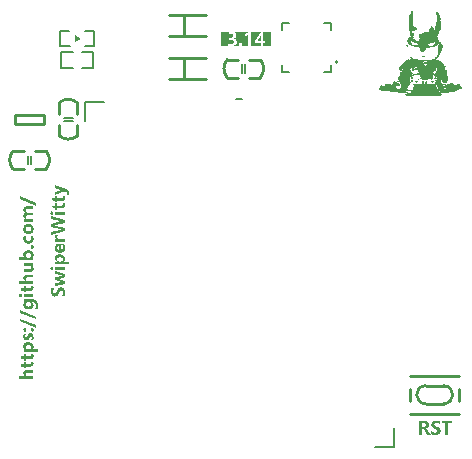
<source format=gto>
G04*
G04 #@! TF.GenerationSoftware,Altium Limited,Altium Designer,22.0.2 (36)*
G04*
G04 Layer_Color=65535*
%FSLAX25Y25*%
%MOIN*%
G70*
G04*
G04 #@! TF.SameCoordinates,A8AB103B-E7CB-45E0-896D-D1B8D88E5F6C*
G04*
G04*
G04 #@! TF.FilePolarity,Positive*
G04*
G01*
G75*
%ADD10C,0.01000*%
%ADD11C,0.00590*%
%ADD12C,0.00100*%
%ADD13C,0.00500*%
%ADD14C,0.00787*%
%ADD15C,0.00600*%
%ADD16C,0.00800*%
G36*
X344181Y390000D02*
X342213Y391181D01*
Y388819D01*
X344181Y390000D01*
D02*
G37*
G36*
X329123Y335152D02*
Y334309D01*
X323795Y336514D01*
Y337380D01*
X329123Y335152D01*
D02*
G37*
G36*
X328368Y333117D02*
X326503D01*
X326496D01*
X326474D01*
X326437D01*
X326385Y333110D01*
X326333Y333103D01*
X326267Y333088D01*
X326126Y333051D01*
X326059Y333021D01*
X325993Y332984D01*
X325926Y332940D01*
X325874Y332888D01*
X325823Y332821D01*
X325786Y332747D01*
X325763Y332666D01*
X325756Y332570D01*
Y332525D01*
X325771Y332481D01*
X325786Y332422D01*
X325815Y332348D01*
X325852Y332281D01*
X325911Y332207D01*
X325985Y332141D01*
X325993Y332133D01*
X326022Y332118D01*
X326074Y332089D01*
X326141Y332059D01*
X326222Y332030D01*
X326318Y332000D01*
X326422Y331985D01*
X326540Y331978D01*
X328368D01*
Y331023D01*
X326481D01*
X326474D01*
X326452D01*
X326415D01*
X326370Y331016D01*
X326311Y331008D01*
X326252Y330994D01*
X326119Y330957D01*
X326052Y330927D01*
X325985Y330890D01*
X325926Y330846D01*
X325867Y330794D01*
X325823Y330735D01*
X325786Y330661D01*
X325763Y330579D01*
X325756Y330483D01*
Y330439D01*
X325771Y330387D01*
X325786Y330328D01*
X325808Y330261D01*
X325852Y330187D01*
X325904Y330120D01*
X325978Y330054D01*
X325985Y330046D01*
X326015Y330032D01*
X326067Y330002D01*
X326126Y329972D01*
X326215Y329943D01*
X326311Y329913D01*
X326422Y329898D01*
X326548Y329891D01*
X328368D01*
Y328936D01*
X325105D01*
Y329891D01*
X325615D01*
Y329906D01*
X325601Y329913D01*
X325571Y329935D01*
X325519Y329972D01*
X325453Y330024D01*
X325386Y330091D01*
X325312Y330165D01*
X325245Y330261D01*
X325179Y330357D01*
X325171Y330372D01*
X325157Y330409D01*
X325127Y330468D01*
X325097Y330542D01*
X325075Y330631D01*
X325046Y330735D01*
X325031Y330838D01*
X325023Y330957D01*
Y330986D01*
X325031Y331023D01*
Y331068D01*
X325046Y331127D01*
X325053Y331186D01*
X325097Y331334D01*
X325134Y331408D01*
X325171Y331489D01*
X325223Y331571D01*
X325282Y331645D01*
X325349Y331719D01*
X325438Y331785D01*
X325527Y331845D01*
X325638Y331896D01*
X325630Y331904D01*
X325608Y331911D01*
X325578Y331933D01*
X325541Y331970D01*
X325497Y332007D01*
X325445Y332059D01*
X325386Y332111D01*
X325327Y332178D01*
X325275Y332252D01*
X325216Y332333D01*
X325164Y332422D01*
X325120Y332525D01*
X325083Y332629D01*
X325053Y332747D01*
X325031Y332866D01*
X325023Y332999D01*
Y333043D01*
X325031Y333095D01*
X325046Y333169D01*
X325060Y333243D01*
X325090Y333339D01*
X325134Y333436D01*
X325186Y333532D01*
X325260Y333628D01*
X325342Y333724D01*
X325453Y333820D01*
X325578Y333902D01*
X325726Y333968D01*
X325904Y334020D01*
X326111Y334050D01*
X326222Y334065D01*
X326341D01*
X328368D01*
Y333117D01*
D02*
G37*
G36*
X326829Y328256D02*
X326896Y328248D01*
X326977Y328241D01*
X327066Y328226D01*
X327155Y328204D01*
X327362Y328145D01*
X327465Y328108D01*
X327576Y328063D01*
X327680Y328004D01*
X327784Y327937D01*
X327880Y327863D01*
X327976Y327782D01*
X327983Y327775D01*
X327998Y327760D01*
X328020Y327730D01*
X328050Y327693D01*
X328087Y327649D01*
X328124Y327590D01*
X328168Y327523D01*
X328205Y327442D01*
X328250Y327353D01*
X328294Y327257D01*
X328331Y327153D01*
X328368Y327042D01*
X328398Y326916D01*
X328420Y326783D01*
X328435Y326642D01*
X328442Y326494D01*
Y326420D01*
X328435Y326361D01*
X328427Y326295D01*
X328420Y326221D01*
X328405Y326132D01*
X328383Y326036D01*
X328331Y325836D01*
X328294Y325732D01*
X328250Y325621D01*
X328198Y325518D01*
X328139Y325414D01*
X328072Y325318D01*
X327991Y325229D01*
X327983Y325222D01*
X327969Y325207D01*
X327946Y325185D01*
X327909Y325155D01*
X327865Y325118D01*
X327806Y325081D01*
X327739Y325037D01*
X327665Y325000D01*
X327584Y324955D01*
X327488Y324911D01*
X327391Y324874D01*
X327280Y324837D01*
X327162Y324807D01*
X327036Y324785D01*
X326896Y324770D01*
X326755Y324763D01*
X326748D01*
X326718D01*
X326681D01*
X326622Y324770D01*
X326555Y324778D01*
X326474Y324785D01*
X326385Y324800D01*
X326296Y324822D01*
X326089Y324881D01*
X325985Y324918D01*
X325882Y324963D01*
X325778Y325022D01*
X325675Y325088D01*
X325578Y325162D01*
X325490Y325244D01*
X325482Y325251D01*
X325467Y325266D01*
X325445Y325296D01*
X325416Y325333D01*
X325379Y325377D01*
X325342Y325436D01*
X325297Y325510D01*
X325253Y325584D01*
X325216Y325673D01*
X325171Y325777D01*
X325134Y325880D01*
X325097Y325999D01*
X325068Y326124D01*
X325046Y326258D01*
X325031Y326398D01*
X325023Y326546D01*
Y326620D01*
X325031Y326679D01*
X325038Y326746D01*
X325046Y326820D01*
X325060Y326901D01*
X325083Y326998D01*
X325134Y327197D01*
X325171Y327301D01*
X325216Y327405D01*
X325268Y327508D01*
X325334Y327612D01*
X325401Y327708D01*
X325482Y327797D01*
X325490Y327804D01*
X325504Y327819D01*
X325527Y327841D01*
X325564Y327871D01*
X325608Y327908D01*
X325667Y327945D01*
X325726Y327989D01*
X325800Y328034D01*
X325882Y328071D01*
X325978Y328115D01*
X326074Y328152D01*
X326185Y328189D01*
X326304Y328219D01*
X326422Y328241D01*
X326555Y328256D01*
X326696Y328263D01*
X326703D01*
X326733D01*
X326770D01*
X326829Y328256D01*
D02*
G37*
G36*
X325985Y324267D02*
X325956Y324223D01*
X325919Y324156D01*
X325874Y324067D01*
X325830Y323964D01*
X325793Y323838D01*
X325763Y323705D01*
X325756Y323564D01*
Y323520D01*
X325763Y323490D01*
X325771Y323409D01*
X325786Y323312D01*
X325823Y323201D01*
X325867Y323083D01*
X325934Y322965D01*
X326022Y322861D01*
X326037Y322846D01*
X326074Y322817D01*
X326133Y322780D01*
X326215Y322728D01*
X326318Y322676D01*
X326444Y322639D01*
X326592Y322609D01*
X326755Y322595D01*
X326762D01*
X326777D01*
X326799D01*
X326829Y322602D01*
X326910Y322609D01*
X327007Y322624D01*
X327125Y322654D01*
X327236Y322698D01*
X327354Y322765D01*
X327458Y322846D01*
X327465Y322861D01*
X327495Y322891D01*
X327539Y322950D01*
X327584Y323024D01*
X327636Y323127D01*
X327673Y323246D01*
X327702Y323379D01*
X327717Y323534D01*
Y323571D01*
X327710Y323601D01*
X327702Y323675D01*
X327687Y323771D01*
X327658Y323882D01*
X327613Y324008D01*
X327554Y324141D01*
X327473Y324274D01*
X328250D01*
Y324267D01*
X328257Y324260D01*
X328265Y324237D01*
X328279Y324215D01*
X328294Y324178D01*
X328309Y324134D01*
X328331Y324082D01*
X328346Y324023D01*
X328383Y323890D01*
X328413Y323719D01*
X328435Y323527D01*
X328442Y323305D01*
Y323231D01*
X328435Y323179D01*
X328427Y323113D01*
X328420Y323039D01*
X328405Y322957D01*
X328383Y322868D01*
X328331Y322676D01*
X328294Y322580D01*
X328250Y322476D01*
X328198Y322373D01*
X328139Y322276D01*
X328072Y322180D01*
X327991Y322091D01*
X327983Y322084D01*
X327969Y322069D01*
X327946Y322047D01*
X327909Y322017D01*
X327865Y321988D01*
X327806Y321943D01*
X327747Y321906D01*
X327673Y321862D01*
X327591Y321818D01*
X327502Y321781D01*
X327406Y321736D01*
X327303Y321707D01*
X327192Y321677D01*
X327073Y321655D01*
X326947Y321640D01*
X326814Y321633D01*
X326807D01*
X326777D01*
X326733D01*
X326674Y321640D01*
X326607Y321647D01*
X326526Y321662D01*
X326437Y321677D01*
X326341Y321692D01*
X326133Y321751D01*
X326022Y321795D01*
X325911Y321840D01*
X325800Y321899D01*
X325697Y321966D01*
X325601Y322040D01*
X325504Y322128D01*
X325497Y322136D01*
X325482Y322151D01*
X325460Y322180D01*
X325430Y322217D01*
X325393Y322269D01*
X325349Y322328D01*
X325312Y322402D01*
X325260Y322484D01*
X325216Y322572D01*
X325179Y322669D01*
X325134Y322780D01*
X325097Y322898D01*
X325068Y323024D01*
X325046Y323157D01*
X325031Y323305D01*
X325023Y323453D01*
Y323542D01*
X325031Y323594D01*
Y323645D01*
X325046Y323764D01*
X325060Y323897D01*
X325090Y324038D01*
X325127Y324171D01*
X325179Y324282D01*
X325993D01*
X325985Y324267D01*
D02*
G37*
G36*
X328020Y321078D02*
X328072Y321063D01*
X328131Y321048D01*
X328191Y321018D01*
X328250Y320974D01*
X328309Y320922D01*
X328316Y320915D01*
X328331Y320893D01*
X328353Y320856D01*
X328376Y320811D01*
X328398Y320752D01*
X328420Y320685D01*
X328435Y320604D01*
X328442Y320515D01*
Y320478D01*
X328435Y320434D01*
X328427Y320382D01*
X328405Y320315D01*
X328383Y320249D01*
X328346Y320182D01*
X328302Y320116D01*
X328294Y320108D01*
X328279Y320093D01*
X328242Y320064D01*
X328205Y320034D01*
X328154Y320005D01*
X328094Y319975D01*
X328020Y319960D01*
X327946Y319953D01*
X327939D01*
X327909D01*
X327865Y319960D01*
X327821Y319975D01*
X327761Y319997D01*
X327702Y320027D01*
X327643Y320064D01*
X327584Y320123D01*
X327576Y320130D01*
X327562Y320153D01*
X327539Y320190D01*
X327510Y320241D01*
X327480Y320301D01*
X327458Y320367D01*
X327443Y320441D01*
X327436Y320530D01*
Y320567D01*
X327443Y320611D01*
X327451Y320663D01*
X327473Y320730D01*
X327495Y320789D01*
X327532Y320856D01*
X327584Y320922D01*
X327591Y320930D01*
X327606Y320944D01*
X327643Y320974D01*
X327680Y321004D01*
X327732Y321033D01*
X327798Y321063D01*
X327865Y321078D01*
X327946Y321085D01*
X327954D01*
X327983D01*
X328020Y321078D01*
D02*
G37*
G36*
X326777Y319413D02*
X326851Y319405D01*
X326925Y319398D01*
X327014Y319383D01*
X327110Y319368D01*
X327325Y319324D01*
X327539Y319250D01*
X327650Y319205D01*
X327754Y319146D01*
X327858Y319087D01*
X327954Y319013D01*
X327961Y319006D01*
X327976Y318998D01*
X327998Y318969D01*
X328028Y318939D01*
X328065Y318902D01*
X328109Y318850D01*
X328154Y318798D01*
X328198Y318732D01*
X328242Y318658D01*
X328287Y318576D01*
X328331Y318488D01*
X328368Y318399D01*
X328398Y318295D01*
X328420Y318184D01*
X328435Y318066D01*
X328442Y317947D01*
Y317888D01*
X328435Y317851D01*
X328427Y317799D01*
X328420Y317740D01*
X328383Y317607D01*
X328331Y317459D01*
X328287Y317378D01*
X328242Y317304D01*
X328191Y317230D01*
X328131Y317156D01*
X328057Y317089D01*
X327976Y317030D01*
Y317015D01*
X328368D01*
Y316060D01*
X323536D01*
Y317015D01*
X325601D01*
Y317030D01*
X325593Y317037D01*
X325578Y317045D01*
X325549Y317067D01*
X325512Y317096D01*
X325467Y317141D01*
X325416Y317185D01*
X325364Y317244D01*
X325312Y317304D01*
X325260Y317378D01*
X325208Y317459D01*
X325157Y317540D01*
X325112Y317637D01*
X325075Y317740D01*
X325046Y317851D01*
X325031Y317970D01*
X325023Y318095D01*
Y318155D01*
X325031Y318199D01*
X325038Y318251D01*
X325046Y318310D01*
X325075Y318451D01*
X325127Y318606D01*
X325164Y318687D01*
X325208Y318769D01*
X325260Y318843D01*
X325312Y318924D01*
X325386Y318998D01*
X325460Y319065D01*
X325467Y319072D01*
X325482Y319080D01*
X325504Y319094D01*
X325541Y319124D01*
X325586Y319146D01*
X325638Y319176D01*
X325697Y319213D01*
X325771Y319242D01*
X325852Y319279D01*
X325941Y319309D01*
X326037Y319339D01*
X326141Y319368D01*
X326252Y319390D01*
X326378Y319405D01*
X326503Y319413D01*
X326644Y319420D01*
X326651D01*
X326681D01*
X326725D01*
X326777Y319413D01*
D02*
G37*
G36*
X328368Y314247D02*
X327872D01*
Y314233D01*
X327880Y314225D01*
X327895Y314218D01*
X327924Y314196D01*
X327961Y314166D01*
X328006Y314129D01*
X328050Y314085D01*
X328102Y314033D01*
X328154Y313966D01*
X328265Y313826D01*
X328353Y313655D01*
X328390Y313559D01*
X328420Y313456D01*
X328435Y313352D01*
X328442Y313234D01*
Y313182D01*
X328435Y313130D01*
X328420Y313056D01*
X328398Y312967D01*
X328368Y312871D01*
X328324Y312767D01*
X328272Y312664D01*
X328198Y312553D01*
X328109Y312449D01*
X327998Y312353D01*
X327865Y312264D01*
X327710Y312190D01*
X327525Y312138D01*
X327421Y312116D01*
X327317Y312101D01*
X327199Y312087D01*
X327073D01*
X325105D01*
Y313041D01*
X326984D01*
X326992D01*
X327014D01*
X327051Y313049D01*
X327095D01*
X327155Y313056D01*
X327214Y313071D01*
X327347Y313115D01*
X327421Y313145D01*
X327488Y313182D01*
X327547Y313226D01*
X327599Y313285D01*
X327650Y313352D01*
X327687Y313426D01*
X327710Y313515D01*
X327717Y313618D01*
Y313663D01*
X327710Y313722D01*
X327695Y313781D01*
X327665Y313855D01*
X327636Y313937D01*
X327584Y314011D01*
X327517Y314077D01*
X327510Y314085D01*
X327480Y314107D01*
X327436Y314129D01*
X327377Y314166D01*
X327295Y314196D01*
X327206Y314218D01*
X327095Y314240D01*
X326977Y314247D01*
X325105D01*
Y315195D01*
X328368D01*
Y314247D01*
D02*
G37*
G36*
Y310370D02*
X326511D01*
X326503D01*
X326481D01*
X326444D01*
X326392Y310362D01*
X326333Y310355D01*
X326274Y310340D01*
X326133Y310303D01*
X326059Y310274D01*
X325993Y310237D01*
X325934Y310192D01*
X325874Y310140D01*
X325823Y310074D01*
X325786Y310000D01*
X325763Y309918D01*
X325756Y309822D01*
Y309778D01*
X325763Y309726D01*
X325786Y309659D01*
X325808Y309593D01*
X325845Y309511D01*
X325897Y309437D01*
X325971Y309363D01*
X325978Y309356D01*
X326008Y309334D01*
X326052Y309304D01*
X326119Y309275D01*
X326193Y309245D01*
X326289Y309215D01*
X326392Y309193D01*
X326511Y309186D01*
X328368D01*
Y308231D01*
X323536D01*
Y309186D01*
X325593D01*
Y309201D01*
X325586Y309208D01*
X325571Y309215D01*
X325541Y309238D01*
X325504Y309267D01*
X325460Y309304D01*
X325416Y309356D01*
X325364Y309408D01*
X325305Y309467D01*
X325201Y309615D01*
X325112Y309785D01*
X325075Y309881D01*
X325046Y309985D01*
X325031Y310089D01*
X325023Y310207D01*
Y310259D01*
X325031Y310311D01*
X325046Y310385D01*
X325060Y310466D01*
X325097Y310562D01*
X325134Y310658D01*
X325194Y310769D01*
X325260Y310873D01*
X325349Y310969D01*
X325460Y311065D01*
X325586Y311147D01*
X325741Y311221D01*
X325919Y311280D01*
X326126Y311310D01*
X326244Y311324D01*
X326363D01*
X328368D01*
Y310370D01*
D02*
G37*
G36*
X328339Y307639D02*
X328346Y307610D01*
X328368Y307558D01*
X328383Y307484D01*
X328405Y307395D01*
X328427Y307284D01*
X328435Y307151D01*
X328442Y306995D01*
Y306951D01*
X328435Y306899D01*
X328427Y306833D01*
X328405Y306751D01*
X328383Y306662D01*
X328353Y306574D01*
X328309Y306477D01*
X328250Y306374D01*
X328176Y306285D01*
X328087Y306196D01*
X327983Y306115D01*
X327858Y306048D01*
X327710Y305996D01*
X327547Y305967D01*
X327354Y305952D01*
X325815D01*
Y305419D01*
X325105D01*
Y305952D01*
X324387D01*
X324113Y306907D01*
X325105D01*
Y307647D01*
X325815D01*
Y306907D01*
X327192D01*
X327199D01*
X327214D01*
X327243D01*
X327273Y306914D01*
X327354Y306929D01*
X327451Y306958D01*
X327554Y307010D01*
X327636Y307084D01*
X327665Y307129D01*
X327695Y307188D01*
X327710Y307247D01*
X327717Y307321D01*
Y307351D01*
X327710Y307380D01*
X327702Y307417D01*
X327695Y307469D01*
X327673Y307521D01*
X327650Y307587D01*
X327621Y307647D01*
X328331D01*
X328339Y307639D01*
D02*
G37*
G36*
X328368Y303917D02*
X325105D01*
Y304872D01*
X328368D01*
Y303917D01*
D02*
G37*
G36*
X324121Y304946D02*
X324172Y304931D01*
X324232Y304916D01*
X324291Y304886D01*
X324350Y304849D01*
X324409Y304798D01*
X324417Y304790D01*
X324431Y304768D01*
X324454Y304738D01*
X324476Y304687D01*
X324505Y304635D01*
X324528Y304561D01*
X324542Y304487D01*
X324550Y304398D01*
Y304361D01*
X324542Y304317D01*
X324535Y304257D01*
X324513Y304198D01*
X324491Y304132D01*
X324454Y304065D01*
X324409Y304006D01*
X324402Y303998D01*
X324380Y303984D01*
X324350Y303954D01*
X324306Y303932D01*
X324254Y303902D01*
X324195Y303873D01*
X324121Y303858D01*
X324047Y303850D01*
X324039D01*
X324010D01*
X323973Y303858D01*
X323921Y303873D01*
X323869Y303887D01*
X323802Y303917D01*
X323743Y303954D01*
X323691Y304006D01*
X323684Y304013D01*
X323669Y304035D01*
X323647Y304065D01*
X323617Y304117D01*
X323595Y304169D01*
X323573Y304235D01*
X323558Y304317D01*
X323551Y304398D01*
Y304442D01*
X323558Y304487D01*
X323566Y304546D01*
X323588Y304605D01*
X323610Y304672D01*
X323647Y304738D01*
X323691Y304798D01*
X323699Y304805D01*
X323714Y304820D01*
X323751Y304849D01*
X323788Y304879D01*
X323839Y304901D01*
X323899Y304931D01*
X323973Y304946D01*
X324047Y304953D01*
X324054D01*
X324084D01*
X324121Y304946D01*
D02*
G37*
G36*
X328161Y303059D02*
X328235Y303051D01*
X328324Y303036D01*
X328420Y303022D01*
X328524Y302999D01*
X328635Y302977D01*
X328746Y302940D01*
X328864Y302896D01*
X328982Y302851D01*
X329093Y302785D01*
X329204Y302718D01*
X329308Y302637D01*
X329404Y302548D01*
X329412Y302541D01*
X329426Y302526D01*
X329449Y302496D01*
X329478Y302452D01*
X329523Y302400D01*
X329560Y302333D01*
X329604Y302259D01*
X329648Y302171D01*
X329700Y302067D01*
X329745Y301956D01*
X329782Y301830D01*
X329819Y301697D01*
X329856Y301556D01*
X329878Y301401D01*
X329893Y301231D01*
X329900Y301053D01*
Y300942D01*
X329893Y300890D01*
Y300824D01*
X329878Y300676D01*
X329856Y300506D01*
X329819Y300335D01*
X329774Y300158D01*
X329708Y300002D01*
X328894D01*
Y300010D01*
X328908Y300025D01*
X328923Y300054D01*
X328938Y300091D01*
X328960Y300136D01*
X328990Y300195D01*
X329012Y300254D01*
X329042Y300321D01*
X329093Y300476D01*
X329145Y300654D01*
X329175Y300839D01*
X329190Y301031D01*
Y301083D01*
X329182Y301112D01*
Y301157D01*
X329175Y301209D01*
X329153Y301320D01*
X329123Y301453D01*
X329071Y301586D01*
X329005Y301712D01*
X328916Y301830D01*
X328901Y301845D01*
X328864Y301875D01*
X328805Y301919D01*
X328716Y301978D01*
X328612Y302030D01*
X328487Y302074D01*
X328339Y302104D01*
X328168Y302119D01*
X327895D01*
Y302104D01*
X327902Y302097D01*
X327917Y302089D01*
X327946Y302067D01*
X327983Y302037D01*
X328020Y302000D01*
X328065Y301956D01*
X328117Y301904D01*
X328168Y301845D01*
X328220Y301778D01*
X328272Y301697D01*
X328316Y301616D01*
X328353Y301527D01*
X328390Y301423D01*
X328420Y301312D01*
X328435Y301201D01*
X328442Y301075D01*
Y301016D01*
X328435Y300972D01*
X328427Y300920D01*
X328420Y300861D01*
X328390Y300720D01*
X328339Y300557D01*
X328302Y300476D01*
X328257Y300395D01*
X328205Y300313D01*
X328146Y300232D01*
X328080Y300158D01*
X328006Y300084D01*
X327998Y300076D01*
X327983Y300069D01*
X327961Y300047D01*
X327924Y300025D01*
X327880Y299995D01*
X327828Y299965D01*
X327769Y299936D01*
X327695Y299899D01*
X327613Y299862D01*
X327525Y299832D01*
X327428Y299803D01*
X327325Y299773D01*
X327214Y299751D01*
X327095Y299729D01*
X326962Y299721D01*
X326829Y299714D01*
X326822D01*
X326792D01*
X326748D01*
X326696Y299721D01*
X326622Y299729D01*
X326540Y299736D01*
X326452Y299751D01*
X326355Y299766D01*
X326148Y299810D01*
X325926Y299884D01*
X325823Y299936D01*
X325719Y299988D01*
X325615Y300047D01*
X325519Y300121D01*
X325512Y300128D01*
X325497Y300143D01*
X325475Y300165D01*
X325438Y300195D01*
X325401Y300239D01*
X325364Y300284D01*
X325319Y300343D01*
X325268Y300409D01*
X325223Y300483D01*
X325179Y300565D01*
X325097Y300742D01*
X325068Y300846D01*
X325046Y300957D01*
X325031Y301075D01*
X325023Y301194D01*
Y301253D01*
X325031Y301290D01*
X325038Y301342D01*
X325046Y301401D01*
X325083Y301534D01*
X325134Y301682D01*
X325171Y301756D01*
X325223Y301838D01*
X325275Y301904D01*
X325334Y301978D01*
X325408Y302045D01*
X325490Y302104D01*
Y302119D01*
X325105D01*
Y303066D01*
X328013D01*
X328020D01*
X328050D01*
X328102D01*
X328161Y303059D01*
D02*
G37*
G36*
X329123Y297316D02*
Y296473D01*
X323795Y298678D01*
Y299544D01*
X329123Y297316D01*
D02*
G37*
G36*
Y294452D02*
Y293609D01*
X323795Y295814D01*
Y296680D01*
X329123Y294452D01*
D02*
G37*
G36*
X328020Y293431D02*
X328072Y293416D01*
X328131Y293402D01*
X328191Y293372D01*
X328250Y293328D01*
X328309Y293276D01*
X328316Y293268D01*
X328331Y293246D01*
X328353Y293209D01*
X328376Y293165D01*
X328398Y293106D01*
X328420Y293039D01*
X328435Y292958D01*
X328442Y292869D01*
Y292832D01*
X328435Y292787D01*
X328427Y292736D01*
X328405Y292669D01*
X328383Y292602D01*
X328346Y292536D01*
X328302Y292469D01*
X328294Y292462D01*
X328279Y292447D01*
X328242Y292417D01*
X328205Y292388D01*
X328154Y292358D01*
X328094Y292329D01*
X328020Y292314D01*
X327946Y292306D01*
X327939D01*
X327909D01*
X327865Y292314D01*
X327821Y292329D01*
X327761Y292351D01*
X327702Y292380D01*
X327643Y292417D01*
X327584Y292477D01*
X327576Y292484D01*
X327562Y292506D01*
X327539Y292543D01*
X327510Y292595D01*
X327480Y292654D01*
X327458Y292721D01*
X327443Y292795D01*
X327436Y292884D01*
Y292921D01*
X327443Y292965D01*
X327451Y293017D01*
X327473Y293083D01*
X327495Y293143D01*
X327532Y293209D01*
X327584Y293276D01*
X327591Y293283D01*
X327606Y293298D01*
X327643Y293328D01*
X327680Y293357D01*
X327732Y293387D01*
X327798Y293416D01*
X327865Y293431D01*
X327946Y293439D01*
X327954D01*
X327983D01*
X328020Y293431D01*
D02*
G37*
G36*
X325645D02*
X325697Y293416D01*
X325756Y293402D01*
X325815Y293372D01*
X325874Y293328D01*
X325934Y293276D01*
X325941Y293268D01*
X325956Y293246D01*
X325978Y293209D01*
X326000Y293165D01*
X326030Y293106D01*
X326052Y293039D01*
X326067Y292958D01*
X326074Y292869D01*
Y292832D01*
X326067Y292787D01*
X326059Y292728D01*
X326037Y292669D01*
X326015Y292602D01*
X325978Y292536D01*
X325934Y292469D01*
X325926Y292462D01*
X325904Y292447D01*
X325874Y292417D01*
X325830Y292388D01*
X325778Y292358D01*
X325712Y292329D01*
X325645Y292314D01*
X325564Y292306D01*
X325556D01*
X325527D01*
X325482Y292314D01*
X325438Y292329D01*
X325379Y292351D01*
X325319Y292380D01*
X325260Y292417D01*
X325201Y292477D01*
X325194Y292484D01*
X325179Y292506D01*
X325157Y292543D01*
X325127Y292595D01*
X325105Y292654D01*
X325083Y292721D01*
X325068Y292795D01*
X325060Y292884D01*
Y292921D01*
X325068Y292965D01*
X325075Y293017D01*
X325097Y293083D01*
X325120Y293143D01*
X325157Y293209D01*
X325201Y293276D01*
X325208Y293283D01*
X325223Y293298D01*
X325260Y293328D01*
X325297Y293357D01*
X325349Y293387D01*
X325416Y293416D01*
X325482Y293431D01*
X325564Y293439D01*
X325571D01*
X325601D01*
X325645Y293431D01*
D02*
G37*
G36*
X327465Y291840D02*
X327510Y291833D01*
X327562Y291825D01*
X327673Y291796D01*
X327798Y291751D01*
X327932Y291677D01*
X327991Y291633D01*
X328057Y291574D01*
X328117Y291515D01*
X328168Y291441D01*
Y291433D01*
X328183Y291418D01*
X328191Y291396D01*
X328213Y291367D01*
X328235Y291322D01*
X328257Y291278D01*
X328279Y291219D01*
X328302Y291152D01*
X328331Y291078D01*
X328353Y290997D01*
X328376Y290908D01*
X328398Y290812D01*
X328427Y290597D01*
X328442Y290360D01*
Y290271D01*
X328435Y290220D01*
Y290168D01*
X328420Y290035D01*
X328405Y289887D01*
X328376Y289724D01*
X328339Y289546D01*
X328287Y289376D01*
X327495D01*
Y289383D01*
X327510Y289398D01*
X327525Y289428D01*
X327539Y289457D01*
X327562Y289502D01*
X327591Y289554D01*
X327643Y289679D01*
X327695Y289827D01*
X327747Y289983D01*
X327776Y290153D01*
X327791Y290331D01*
Y290382D01*
X327784Y290427D01*
X327776Y290516D01*
X327754Y290627D01*
X327710Y290738D01*
X327658Y290834D01*
X327621Y290871D01*
X327576Y290900D01*
X327532Y290915D01*
X327473Y290923D01*
X327465D01*
X327436Y290915D01*
X327391Y290900D01*
X327340Y290863D01*
X327288Y290804D01*
X327251Y290767D01*
X327221Y290715D01*
X327192Y290664D01*
X327162Y290597D01*
X327132Y290523D01*
X327103Y290434D01*
Y290427D01*
X327095Y290405D01*
X327081Y290375D01*
X327066Y290338D01*
X327051Y290286D01*
X327029Y290227D01*
X326977Y290101D01*
X326918Y289961D01*
X326844Y289827D01*
X326762Y289702D01*
X326725Y289642D01*
X326681Y289598D01*
X326666Y289591D01*
X326637Y289561D01*
X326585Y289531D01*
X326511Y289487D01*
X326422Y289450D01*
X326318Y289413D01*
X326193Y289383D01*
X326052Y289376D01*
X326045D01*
X326030D01*
X326008D01*
X325971Y289383D01*
X325882Y289398D01*
X325778Y289428D01*
X325660Y289472D01*
X325534Y289539D01*
X325467Y289583D01*
X325408Y289635D01*
X325349Y289694D01*
X325297Y289761D01*
Y289768D01*
X325282Y289776D01*
X325275Y289798D01*
X325253Y289835D01*
X325231Y289872D01*
X325208Y289916D01*
X325186Y289975D01*
X325157Y290035D01*
X325134Y290109D01*
X325112Y290183D01*
X325068Y290360D01*
X325038Y290560D01*
X325023Y290789D01*
Y290863D01*
X325031Y290908D01*
Y290952D01*
X325038Y291063D01*
X325053Y291196D01*
X325083Y291344D01*
X325112Y291500D01*
X325157Y291655D01*
X325904D01*
Y291648D01*
X325897Y291640D01*
X325882Y291618D01*
X325867Y291589D01*
X325830Y291507D01*
X325793Y291404D01*
X325749Y291278D01*
X325719Y291137D01*
X325689Y290982D01*
X325682Y290812D01*
Y290775D01*
X325689Y290730D01*
Y290678D01*
X325719Y290560D01*
X325734Y290501D01*
X325763Y290442D01*
Y290434D01*
X325778Y290419D01*
X325823Y290375D01*
X325889Y290331D01*
X325934Y290316D01*
X325978Y290308D01*
X325985D01*
X326015Y290316D01*
X326052Y290331D01*
X326104Y290360D01*
X326163Y290412D01*
X326222Y290486D01*
X326252Y290530D01*
X326281Y290590D01*
X326311Y290649D01*
X326341Y290723D01*
Y290730D01*
X326348Y290745D01*
X326355Y290767D01*
X326363Y290797D01*
X326392Y290878D01*
X326429Y290974D01*
X326474Y291078D01*
X326518Y291189D01*
X326563Y291300D01*
X326614Y291389D01*
X326622Y291396D01*
X326637Y291426D01*
X326659Y291463D01*
X326696Y291515D01*
X326740Y291566D01*
X326799Y291626D01*
X326859Y291677D01*
X326933Y291729D01*
X326940Y291737D01*
X326970Y291751D01*
X327007Y291766D01*
X327058Y291788D01*
X327125Y291811D01*
X327206Y291833D01*
X327288Y291840D01*
X327384Y291848D01*
X327391D01*
X327406D01*
X327436D01*
X327465Y291840D01*
D02*
G37*
G36*
X326777Y288777D02*
X326851Y288769D01*
X326933Y288762D01*
X327021Y288747D01*
X327118Y288732D01*
X327325Y288680D01*
X327539Y288606D01*
X327650Y288562D01*
X327754Y288510D01*
X327858Y288444D01*
X327954Y288370D01*
X327961Y288362D01*
X327976Y288347D01*
X327998Y288325D01*
X328028Y288296D01*
X328065Y288259D01*
X328109Y288207D01*
X328154Y288148D01*
X328198Y288081D01*
X328242Y288014D01*
X328287Y287933D01*
X328368Y287748D01*
X328398Y287644D01*
X328420Y287541D01*
X328435Y287422D01*
X328442Y287304D01*
Y287245D01*
X328435Y287208D01*
X328427Y287156D01*
X328420Y287097D01*
X328383Y286964D01*
X328331Y286816D01*
X328287Y286742D01*
X328242Y286668D01*
X328191Y286594D01*
X328131Y286520D01*
X328057Y286453D01*
X327976Y286394D01*
Y286379D01*
X329870D01*
Y285424D01*
X325105D01*
Y286379D01*
X325601D01*
Y286394D01*
X325593Y286401D01*
X325578Y286409D01*
X325549Y286431D01*
X325512Y286460D01*
X325467Y286505D01*
X325416Y286549D01*
X325364Y286601D01*
X325312Y286668D01*
X325260Y286742D01*
X325208Y286816D01*
X325157Y286904D01*
X325112Y287001D01*
X325075Y287104D01*
X325046Y287208D01*
X325031Y287326D01*
X325023Y287452D01*
Y287511D01*
X325031Y287556D01*
X325038Y287607D01*
X325046Y287667D01*
X325075Y287807D01*
X325127Y287963D01*
X325164Y288044D01*
X325208Y288125D01*
X325260Y288207D01*
X325312Y288288D01*
X325386Y288362D01*
X325460Y288429D01*
X325467Y288436D01*
X325482Y288444D01*
X325504Y288458D01*
X325541Y288488D01*
X325586Y288510D01*
X325638Y288540D01*
X325697Y288577D01*
X325771Y288606D01*
X325852Y288643D01*
X325941Y288673D01*
X326037Y288703D01*
X326141Y288732D01*
X326259Y288754D01*
X326378Y288769D01*
X326511Y288777D01*
X326644Y288784D01*
X326651D01*
X326681D01*
X326725D01*
X326777Y288777D01*
D02*
G37*
G36*
X328339Y284832D02*
X328346Y284803D01*
X328368Y284751D01*
X328383Y284677D01*
X328405Y284588D01*
X328427Y284477D01*
X328435Y284344D01*
X328442Y284189D01*
Y284144D01*
X328435Y284092D01*
X328427Y284026D01*
X328405Y283944D01*
X328383Y283856D01*
X328353Y283767D01*
X328309Y283671D01*
X328250Y283567D01*
X328176Y283478D01*
X328087Y283389D01*
X327983Y283308D01*
X327858Y283241D01*
X327710Y283190D01*
X327547Y283160D01*
X327354Y283145D01*
X325815D01*
Y282612D01*
X325105D01*
Y283145D01*
X324387D01*
X324113Y284100D01*
X325105D01*
Y284840D01*
X325815D01*
Y284100D01*
X327192D01*
X327199D01*
X327214D01*
X327243D01*
X327273Y284107D01*
X327354Y284122D01*
X327451Y284152D01*
X327554Y284203D01*
X327636Y284277D01*
X327665Y284322D01*
X327695Y284381D01*
X327710Y284440D01*
X327717Y284514D01*
Y284544D01*
X327710Y284573D01*
X327702Y284610D01*
X327695Y284662D01*
X327673Y284714D01*
X327650Y284781D01*
X327621Y284840D01*
X328331D01*
X328339Y284832D01*
D02*
G37*
G36*
Y282324D02*
X328346Y282294D01*
X328368Y282242D01*
X328383Y282168D01*
X328405Y282080D01*
X328427Y281969D01*
X328435Y281835D01*
X328442Y281680D01*
Y281636D01*
X328435Y281584D01*
X328427Y281517D01*
X328405Y281436D01*
X328383Y281347D01*
X328353Y281258D01*
X328309Y281162D01*
X328250Y281058D01*
X328176Y280970D01*
X328087Y280881D01*
X327983Y280799D01*
X327858Y280733D01*
X327710Y280681D01*
X327547Y280651D01*
X327354Y280637D01*
X325815D01*
Y280104D01*
X325105D01*
Y280637D01*
X324387D01*
X324113Y281591D01*
X325105D01*
Y282331D01*
X325815D01*
Y281591D01*
X327192D01*
X327199D01*
X327214D01*
X327243D01*
X327273Y281599D01*
X327354Y281613D01*
X327451Y281643D01*
X327554Y281695D01*
X327636Y281769D01*
X327665Y281813D01*
X327695Y281872D01*
X327710Y281932D01*
X327717Y282006D01*
Y282035D01*
X327710Y282065D01*
X327702Y282102D01*
X327695Y282154D01*
X327673Y282205D01*
X327650Y282272D01*
X327621Y282331D01*
X328331D01*
X328339Y282324D01*
D02*
G37*
G36*
X328368Y278639D02*
X326511D01*
X326503D01*
X326481D01*
X326444D01*
X326392Y278631D01*
X326333Y278624D01*
X326274Y278609D01*
X326133Y278572D01*
X326059Y278542D01*
X325993Y278505D01*
X325934Y278461D01*
X325874Y278409D01*
X325823Y278343D01*
X325786Y278269D01*
X325763Y278187D01*
X325756Y278091D01*
Y278047D01*
X325763Y277995D01*
X325786Y277928D01*
X325808Y277862D01*
X325845Y277780D01*
X325897Y277706D01*
X325971Y277632D01*
X325978Y277625D01*
X326008Y277603D01*
X326052Y277573D01*
X326119Y277543D01*
X326193Y277514D01*
X326289Y277484D01*
X326392Y277462D01*
X326511Y277455D01*
X328368D01*
Y276500D01*
X323536D01*
Y277455D01*
X325593D01*
Y277469D01*
X325586Y277477D01*
X325571Y277484D01*
X325541Y277506D01*
X325504Y277536D01*
X325460Y277573D01*
X325416Y277625D01*
X325364Y277677D01*
X325305Y277736D01*
X325201Y277884D01*
X325112Y278054D01*
X325075Y278150D01*
X325046Y278254D01*
X325031Y278357D01*
X325023Y278476D01*
Y278528D01*
X325031Y278579D01*
X325046Y278653D01*
X325060Y278735D01*
X325097Y278831D01*
X325134Y278927D01*
X325194Y279038D01*
X325260Y279142D01*
X325349Y279238D01*
X325460Y279334D01*
X325586Y279416D01*
X325741Y279490D01*
X325919Y279549D01*
X326126Y279578D01*
X326244Y279593D01*
X326363D01*
X328368D01*
Y278639D01*
D02*
G37*
G36*
X462942Y262621D02*
X463009D01*
X463083Y262614D01*
X463164Y262606D01*
X463342Y262584D01*
X463534Y262555D01*
X463719Y262510D01*
X463897Y262451D01*
Y261533D01*
X463889Y261541D01*
X463875Y261548D01*
X463852Y261563D01*
X463815Y261585D01*
X463771Y261607D01*
X463719Y261637D01*
X463660Y261667D01*
X463593Y261696D01*
X463431Y261748D01*
X463246Y261800D01*
X463038Y261837D01*
X462935Y261852D01*
X462757D01*
X462691Y261844D01*
X462609Y261837D01*
X462520Y261822D01*
X462424Y261792D01*
X462328Y261763D01*
X462239Y261718D01*
X462232Y261711D01*
X462210Y261696D01*
X462173Y261667D01*
X462136Y261622D01*
X462091Y261570D01*
X462062Y261511D01*
X462032Y261445D01*
X462025Y261363D01*
Y261356D01*
Y261334D01*
X462032Y261297D01*
X462047Y261260D01*
X462062Y261208D01*
X462084Y261149D01*
X462121Y261097D01*
X462173Y261038D01*
X462180Y261030D01*
X462202Y261008D01*
X462254Y260978D01*
X462321Y260934D01*
X462365Y260904D01*
X462417Y260875D01*
X462476Y260838D01*
X462543Y260801D01*
X462624Y260764D01*
X462705Y260719D01*
X462802Y260675D01*
X462905Y260631D01*
X462913D01*
X462935Y260616D01*
X462972Y260601D01*
X463016Y260579D01*
X463068Y260557D01*
X463135Y260520D01*
X463275Y260446D01*
X463431Y260357D01*
X463586Y260253D01*
X463727Y260135D01*
X463786Y260076D01*
X463838Y260016D01*
X463852Y260002D01*
X463882Y259957D01*
X463919Y259891D01*
X463971Y259794D01*
X464015Y259683D01*
X464060Y259550D01*
X464089Y259402D01*
X464097Y259239D01*
Y259232D01*
Y259210D01*
Y259180D01*
X464089Y259128D01*
X464082Y259077D01*
X464074Y259010D01*
X464037Y258869D01*
X463986Y258707D01*
X463949Y258625D01*
X463897Y258544D01*
X463845Y258462D01*
X463786Y258381D01*
X463712Y258307D01*
X463630Y258240D01*
X463623D01*
X463608Y258226D01*
X463579Y258211D01*
X463542Y258189D01*
X463497Y258159D01*
X463438Y258129D01*
X463371Y258100D01*
X463290Y258070D01*
X463201Y258041D01*
X463105Y258011D01*
X462994Y257981D01*
X462876Y257952D01*
X462750Y257930D01*
X462609Y257915D01*
X462461Y257907D01*
X462306Y257900D01*
X462232D01*
X462173Y257907D01*
X462106D01*
X462032Y257915D01*
X461943Y257922D01*
X461854Y257930D01*
X461647Y257959D01*
X461433Y258004D01*
X461218Y258063D01*
X461018Y258144D01*
Y259121D01*
X461026Y259114D01*
X461040Y259099D01*
X461070Y259077D01*
X461114Y259047D01*
X461166Y259017D01*
X461225Y258973D01*
X461299Y258936D01*
X461381Y258892D01*
X461470Y258847D01*
X461566Y258810D01*
X461780Y258736D01*
X461891Y258707D01*
X462010Y258684D01*
X462136Y258670D01*
X462269Y258662D01*
X462335D01*
X462409Y258670D01*
X462491Y258677D01*
X462594Y258699D01*
X462691Y258721D01*
X462787Y258758D01*
X462868Y258803D01*
X462876Y258810D01*
X462898Y258825D01*
X462935Y258862D01*
X462972Y258899D01*
X463009Y258951D01*
X463046Y259010D01*
X463068Y259084D01*
X463075Y259158D01*
Y259165D01*
Y259188D01*
X463068Y259225D01*
X463053Y259269D01*
X463038Y259321D01*
X463009Y259380D01*
X462964Y259447D01*
X462913Y259506D01*
X462905Y259513D01*
X462876Y259535D01*
X462824Y259572D01*
X462794Y259602D01*
X462750Y259624D01*
X462698Y259654D01*
X462639Y259691D01*
X462572Y259728D01*
X462491Y259765D01*
X462402Y259809D01*
X462306Y259861D01*
X462195Y259905D01*
X462069Y259957D01*
X462054Y259965D01*
X462025Y259979D01*
X461973Y260002D01*
X461899Y260039D01*
X461817Y260090D01*
X461729Y260150D01*
X461632Y260216D01*
X461536Y260290D01*
X461433Y260379D01*
X461336Y260483D01*
X461248Y260586D01*
X461166Y260705D01*
X461092Y260838D01*
X461040Y260971D01*
X461011Y261126D01*
X460996Y261282D01*
Y261289D01*
Y261311D01*
Y261341D01*
X461003Y261385D01*
X461011Y261437D01*
X461026Y261504D01*
X461055Y261644D01*
X461114Y261807D01*
X461151Y261889D01*
X461203Y261970D01*
X461255Y262051D01*
X461322Y262125D01*
X461396Y262207D01*
X461484Y262273D01*
X461492Y262281D01*
X461507Y262288D01*
X461536Y262303D01*
X461573Y262333D01*
X461625Y262355D01*
X461684Y262384D01*
X461751Y262421D01*
X461832Y262451D01*
X461914Y262488D01*
X462017Y262518D01*
X462121Y262547D01*
X462232Y262577D01*
X462358Y262599D01*
X462491Y262614D01*
X462624Y262621D01*
X462772Y262629D01*
X462883D01*
X462942Y262621D01*
D02*
G37*
G36*
X468026Y261748D02*
X466716D01*
Y257974D01*
X465739D01*
Y261748D01*
X464437D01*
Y262547D01*
X468026D01*
Y261748D01*
D02*
G37*
G36*
X458754Y262540D02*
X458865Y262525D01*
X458983Y262510D01*
X459124Y262481D01*
X459272Y262444D01*
X459427Y262392D01*
X459575Y262325D01*
X459723Y262244D01*
X459864Y262140D01*
X459990Y262022D01*
X460093Y261881D01*
X460175Y261711D01*
X460204Y261622D01*
X460226Y261526D01*
X460234Y261415D01*
X460241Y261304D01*
Y261297D01*
Y261282D01*
Y261260D01*
X460234Y261223D01*
Y261186D01*
X460226Y261141D01*
X460204Y261030D01*
X460175Y260904D01*
X460123Y260771D01*
X460056Y260638D01*
X459967Y260505D01*
X459953Y260490D01*
X459916Y260453D01*
X459856Y260394D01*
X459768Y260320D01*
X459664Y260246D01*
X459531Y260164D01*
X459383Y260098D01*
X459213Y260039D01*
Y260024D01*
X459220D01*
X459227Y260016D01*
X459272Y260002D01*
X459331Y259957D01*
X459420Y259898D01*
X459472Y259854D01*
X459523Y259809D01*
X459583Y259750D01*
X459642Y259683D01*
X459708Y259609D01*
X459775Y259528D01*
X459842Y259432D01*
X459916Y259328D01*
X460774Y257974D01*
X459657D01*
X458939Y259158D01*
Y259165D01*
X458931Y259173D01*
X458902Y259217D01*
X458857Y259284D01*
X458813Y259358D01*
X458754Y259439D01*
X458687Y259513D01*
X458628Y259580D01*
X458569Y259632D01*
X458561Y259639D01*
X458547Y259646D01*
X458517Y259669D01*
X458480Y259691D01*
X458384Y259728D01*
X458332Y259735D01*
X458273Y259743D01*
X457977D01*
Y257974D01*
X457000D01*
Y262547D01*
X458680D01*
X458754Y262540D01*
D02*
G37*
G36*
X339157Y339875D02*
X339172Y339868D01*
X339209Y339853D01*
X339268Y339823D01*
X339349Y339786D01*
X339445Y339742D01*
X339549Y339675D01*
X339660Y339609D01*
X339778Y339527D01*
X339897Y339431D01*
X340008Y339328D01*
X340111Y339209D01*
X340208Y339083D01*
X340282Y338950D01*
X340348Y338802D01*
X340385Y338639D01*
X340400Y338469D01*
Y338410D01*
X340393Y338343D01*
Y338262D01*
X340378Y338166D01*
X340363Y338070D01*
X340348Y337973D01*
X340319Y337892D01*
X339556D01*
X339564Y337899D01*
X339571Y337929D01*
X339593Y337966D01*
X339608Y338018D01*
X339630Y338084D01*
X339653Y338151D01*
X339660Y338232D01*
X339667Y338321D01*
Y338336D01*
X339660Y338388D01*
X339645Y338454D01*
X339623Y338536D01*
X339579Y338625D01*
X339505Y338713D01*
X339468Y338758D01*
X339416Y338802D01*
X339357Y338839D01*
X339290Y338869D01*
X338868Y339046D01*
X335605Y337737D01*
Y338787D01*
X337655Y339424D01*
X337662D01*
X337684Y339431D01*
X337729Y339446D01*
X337773Y339461D01*
X337840Y339468D01*
X337906Y339483D01*
X337988Y339498D01*
X338069Y339513D01*
Y339527D01*
X338062D01*
X338039Y339535D01*
X338002Y339542D01*
X337958Y339550D01*
X337899Y339564D01*
X337825Y339579D01*
X337743Y339601D01*
X337655Y339624D01*
X335605Y340275D01*
Y341222D01*
X339157Y339875D01*
D02*
G37*
G36*
X338839Y337574D02*
X338846Y337544D01*
X338868Y337492D01*
X338883Y337418D01*
X338905Y337330D01*
X338927Y337219D01*
X338935Y337085D01*
X338942Y336930D01*
Y336886D01*
X338935Y336834D01*
X338927Y336767D01*
X338905Y336686D01*
X338883Y336597D01*
X338853Y336508D01*
X338809Y336412D01*
X338750Y336308D01*
X338676Y336220D01*
X338587Y336131D01*
X338483Y336049D01*
X338358Y335983D01*
X338210Y335931D01*
X338047Y335901D01*
X337854Y335887D01*
X336315D01*
Y335354D01*
X335605D01*
Y335887D01*
X334887D01*
X334613Y336841D01*
X335605D01*
Y337581D01*
X336315D01*
Y336841D01*
X337692D01*
X337699D01*
X337714D01*
X337743D01*
X337773Y336849D01*
X337854Y336863D01*
X337951Y336893D01*
X338054Y336945D01*
X338136Y337019D01*
X338165Y337063D01*
X338195Y337122D01*
X338210Y337182D01*
X338217Y337256D01*
Y337285D01*
X338210Y337315D01*
X338202Y337352D01*
X338195Y337404D01*
X338173Y337455D01*
X338150Y337522D01*
X338121Y337581D01*
X338831D01*
X338839Y337574D01*
D02*
G37*
G36*
Y335065D02*
X338846Y335036D01*
X338868Y334984D01*
X338883Y334910D01*
X338905Y334821D01*
X338927Y334710D01*
X338935Y334577D01*
X338942Y334421D01*
Y334377D01*
X338935Y334325D01*
X338927Y334259D01*
X338905Y334177D01*
X338883Y334088D01*
X338853Y334000D01*
X338809Y333903D01*
X338750Y333800D01*
X338676Y333711D01*
X338587Y333622D01*
X338483Y333541D01*
X338358Y333474D01*
X338210Y333422D01*
X338047Y333393D01*
X337854Y333378D01*
X336315D01*
Y332845D01*
X335605D01*
Y333378D01*
X334887D01*
X334613Y334333D01*
X335605D01*
Y335073D01*
X336315D01*
Y334333D01*
X337692D01*
X337699D01*
X337714D01*
X337743D01*
X337773Y334340D01*
X337854Y334355D01*
X337951Y334384D01*
X338054Y334436D01*
X338136Y334510D01*
X338165Y334555D01*
X338195Y334614D01*
X338210Y334673D01*
X338217Y334747D01*
Y334777D01*
X338210Y334806D01*
X338202Y334843D01*
X338195Y334895D01*
X338173Y334947D01*
X338150Y335013D01*
X338121Y335073D01*
X338831D01*
X338839Y335065D01*
D02*
G37*
G36*
X338868Y331343D02*
X335605D01*
Y332298D01*
X338868D01*
Y331343D01*
D02*
G37*
G36*
X334621Y332372D02*
X334672Y332357D01*
X334732Y332342D01*
X334791Y332312D01*
X334850Y332275D01*
X334909Y332224D01*
X334917Y332216D01*
X334931Y332194D01*
X334954Y332164D01*
X334976Y332113D01*
X335005Y332061D01*
X335028Y331987D01*
X335042Y331913D01*
X335050Y331824D01*
Y331787D01*
X335042Y331743D01*
X335035Y331683D01*
X335013Y331624D01*
X334991Y331558D01*
X334954Y331491D01*
X334909Y331432D01*
X334902Y331424D01*
X334880Y331410D01*
X334850Y331380D01*
X334806Y331358D01*
X334754Y331328D01*
X334695Y331299D01*
X334621Y331284D01*
X334547Y331276D01*
X334539D01*
X334510D01*
X334473Y331284D01*
X334421Y331299D01*
X334369Y331313D01*
X334302Y331343D01*
X334243Y331380D01*
X334191Y331432D01*
X334184Y331439D01*
X334169Y331461D01*
X334147Y331491D01*
X334117Y331543D01*
X334095Y331595D01*
X334073Y331661D01*
X334058Y331743D01*
X334051Y331824D01*
Y331868D01*
X334058Y331913D01*
X334066Y331972D01*
X334088Y332031D01*
X334110Y332098D01*
X334147Y332164D01*
X334191Y332224D01*
X334199Y332231D01*
X334214Y332246D01*
X334251Y332275D01*
X334288Y332305D01*
X334339Y332327D01*
X334399Y332357D01*
X334473Y332372D01*
X334547Y332379D01*
X334554D01*
X334584D01*
X334621Y332372D01*
D02*
G37*
G36*
X338868Y329648D02*
Y328561D01*
X335886Y327784D01*
X335871D01*
X335842Y327776D01*
X335797Y327761D01*
X335731Y327747D01*
X335657Y327739D01*
X335568Y327724D01*
X335383Y327710D01*
Y327695D01*
X335398D01*
X335435Y327687D01*
X335486Y327680D01*
X335560Y327673D01*
X335642Y327665D01*
X335723Y327650D01*
X335805Y327636D01*
X335886Y327613D01*
X338868Y326814D01*
Y325689D01*
X334295Y324468D01*
Y325541D01*
X337396Y326222D01*
X337403D01*
X337433Y326230D01*
X337477Y326237D01*
X337536Y326244D01*
X337610Y326259D01*
X337699Y326267D01*
X337803Y326274D01*
X337914Y326281D01*
Y326304D01*
X337899D01*
X337869Y326311D01*
X337817D01*
X337758Y326318D01*
X337677Y326333D01*
X337588Y326348D01*
X337484Y326370D01*
X337381Y326392D01*
X334295Y327243D01*
Y328279D01*
X337418Y329056D01*
X337425D01*
X337455Y329064D01*
X337492Y329071D01*
X337551Y329086D01*
X337625Y329093D01*
X337706Y329108D01*
X337803Y329116D01*
X337906Y329130D01*
Y329145D01*
X337891D01*
X337862D01*
X337810Y329153D01*
X337743Y329160D01*
X337669Y329167D01*
X337588Y329182D01*
X337403Y329212D01*
X334295Y329878D01*
Y330869D01*
X338868Y329648D01*
D02*
G37*
G36*
X336463Y324357D02*
X336456Y324335D01*
X336441Y324298D01*
X336419Y324246D01*
X336397Y324187D01*
X336382Y324113D01*
X336374Y324032D01*
X336367Y323943D01*
Y323891D01*
X336382Y323832D01*
X336397Y323758D01*
X336426Y323677D01*
X336471Y323588D01*
X336537Y323506D01*
X336619Y323425D01*
X336633Y323418D01*
X336663Y323395D01*
X336722Y323366D01*
X336796Y323329D01*
X336892Y323292D01*
X337011Y323262D01*
X337144Y323240D01*
X337299Y323233D01*
X338868D01*
Y322278D01*
X335605D01*
Y323233D01*
X336219D01*
Y323247D01*
X336212D01*
X336189Y323262D01*
X336160Y323277D01*
X336115Y323292D01*
X336064Y323321D01*
X336004Y323358D01*
X335879Y323447D01*
X335819Y323499D01*
X335760Y323558D01*
X335701Y323632D01*
X335649Y323706D01*
X335605Y323795D01*
X335575Y323891D01*
X335553Y323995D01*
X335546Y324106D01*
Y324165D01*
X335553Y324202D01*
X335560Y324291D01*
X335568Y324328D01*
X335583Y324365D01*
X336471D01*
X336463Y324357D01*
D02*
G37*
G36*
X337507Y319510D02*
X337514D01*
X337536Y319518D01*
X337573D01*
X337625Y319533D01*
X337684Y319547D01*
X337751Y319570D01*
X337817Y319599D01*
X337884Y319644D01*
X337958Y319688D01*
X338025Y319755D01*
X338091Y319829D01*
X338150Y319910D01*
X338195Y320014D01*
X338239Y320132D01*
X338261Y320265D01*
X338269Y320421D01*
Y320472D01*
X338261Y320509D01*
Y320561D01*
X338254Y320613D01*
X338232Y320746D01*
X338202Y320894D01*
X338158Y321057D01*
X338091Y321220D01*
X338002Y321383D01*
X338698D01*
Y321375D01*
X338705Y321360D01*
X338720Y321338D01*
X338735Y321301D01*
X338757Y321257D01*
X338772Y321205D01*
X338794Y321138D01*
X338816Y321064D01*
X338846Y320983D01*
X338868Y320894D01*
X338883Y320798D01*
X338905Y320694D01*
X338920Y320583D01*
X338935Y320465D01*
X338942Y320206D01*
Y320132D01*
X338935Y320080D01*
X338927Y320014D01*
X338920Y319940D01*
X338905Y319851D01*
X338890Y319762D01*
X338839Y319570D01*
X338802Y319466D01*
X338757Y319370D01*
X338705Y319266D01*
X338646Y319170D01*
X338580Y319081D01*
X338506Y318992D01*
X338498Y318985D01*
X338483Y318978D01*
X338461Y318955D01*
X338424Y318926D01*
X338380Y318896D01*
X338328Y318859D01*
X338261Y318815D01*
X338187Y318778D01*
X338106Y318741D01*
X338017Y318696D01*
X337914Y318659D01*
X337803Y318630D01*
X337692Y318600D01*
X337558Y318585D01*
X337425Y318571D01*
X337285Y318563D01*
X337277D01*
X337248D01*
X337211D01*
X337151Y318571D01*
X337085Y318578D01*
X337011Y318585D01*
X336922Y318600D01*
X336833Y318622D01*
X336626Y318674D01*
X336522Y318711D01*
X336419Y318756D01*
X336308Y318807D01*
X336204Y318874D01*
X336108Y318941D01*
X336012Y319022D01*
X336004Y319029D01*
X335990Y319044D01*
X335967Y319066D01*
X335938Y319103D01*
X335901Y319148D01*
X335856Y319207D01*
X335812Y319266D01*
X335768Y319340D01*
X335723Y319422D01*
X335679Y319510D01*
X335634Y319607D01*
X335597Y319703D01*
X335568Y319814D01*
X335546Y319932D01*
X335531Y320058D01*
X335523Y320184D01*
Y320250D01*
X335531Y320302D01*
X335538Y320354D01*
X335546Y320428D01*
X335560Y320502D01*
X335575Y320583D01*
X335627Y320754D01*
X335657Y320842D01*
X335701Y320931D01*
X335753Y321020D01*
X335805Y321109D01*
X335871Y321190D01*
X335945Y321264D01*
X335953Y321272D01*
X335967Y321279D01*
X335990Y321301D01*
X336019Y321323D01*
X336064Y321353D01*
X336115Y321390D01*
X336175Y321427D01*
X336249Y321464D01*
X336323Y321494D01*
X336411Y321531D01*
X336508Y321568D01*
X336611Y321597D01*
X336722Y321619D01*
X336841Y321642D01*
X336966Y321649D01*
X337100Y321656D01*
X337507D01*
Y319510D01*
D02*
G37*
G36*
X337277Y318075D02*
X337351Y318067D01*
X337433Y318060D01*
X337521Y318045D01*
X337618Y318030D01*
X337825Y317979D01*
X338039Y317905D01*
X338150Y317860D01*
X338254Y317808D01*
X338358Y317742D01*
X338454Y317668D01*
X338461Y317660D01*
X338476Y317646D01*
X338498Y317623D01*
X338528Y317594D01*
X338565Y317557D01*
X338609Y317505D01*
X338654Y317446D01*
X338698Y317379D01*
X338742Y317313D01*
X338787Y317231D01*
X338868Y317046D01*
X338898Y316943D01*
X338920Y316839D01*
X338935Y316721D01*
X338942Y316602D01*
Y316543D01*
X338935Y316506D01*
X338927Y316454D01*
X338920Y316395D01*
X338883Y316262D01*
X338831Y316114D01*
X338787Y316040D01*
X338742Y315966D01*
X338691Y315892D01*
X338631Y315818D01*
X338557Y315751D01*
X338476Y315692D01*
Y315677D01*
X340370D01*
Y314723D01*
X335605D01*
Y315677D01*
X336101D01*
Y315692D01*
X336093Y315699D01*
X336078Y315707D01*
X336049Y315729D01*
X336012Y315759D01*
X335967Y315803D01*
X335916Y315847D01*
X335864Y315899D01*
X335812Y315966D01*
X335760Y316040D01*
X335708Y316114D01*
X335657Y316203D01*
X335612Y316299D01*
X335575Y316402D01*
X335546Y316506D01*
X335531Y316624D01*
X335523Y316750D01*
Y316809D01*
X335531Y316854D01*
X335538Y316906D01*
X335546Y316965D01*
X335575Y317105D01*
X335627Y317261D01*
X335664Y317342D01*
X335708Y317424D01*
X335760Y317505D01*
X335812Y317586D01*
X335886Y317660D01*
X335960Y317727D01*
X335967Y317734D01*
X335982Y317742D01*
X336004Y317757D01*
X336041Y317786D01*
X336086Y317808D01*
X336138Y317838D01*
X336197Y317875D01*
X336271Y317905D01*
X336352Y317942D01*
X336441Y317971D01*
X336537Y318001D01*
X336641Y318030D01*
X336759Y318053D01*
X336878Y318067D01*
X337011Y318075D01*
X337144Y318082D01*
X337151D01*
X337181D01*
X337225D01*
X337277Y318075D01*
D02*
G37*
G36*
X338868Y312917D02*
X335605D01*
Y313872D01*
X338868D01*
Y312917D01*
D02*
G37*
G36*
X334621Y313946D02*
X334672Y313931D01*
X334732Y313916D01*
X334791Y313886D01*
X334850Y313849D01*
X334909Y313798D01*
X334917Y313790D01*
X334931Y313768D01*
X334954Y313738D01*
X334976Y313687D01*
X335005Y313635D01*
X335028Y313561D01*
X335042Y313487D01*
X335050Y313398D01*
Y313361D01*
X335042Y313317D01*
X335035Y313257D01*
X335013Y313198D01*
X334991Y313132D01*
X334954Y313065D01*
X334909Y313006D01*
X334902Y312998D01*
X334880Y312984D01*
X334850Y312954D01*
X334806Y312932D01*
X334754Y312902D01*
X334695Y312873D01*
X334621Y312858D01*
X334547Y312850D01*
X334539D01*
X334510D01*
X334473Y312858D01*
X334421Y312873D01*
X334369Y312887D01*
X334302Y312917D01*
X334243Y312954D01*
X334191Y313006D01*
X334184Y313013D01*
X334169Y313035D01*
X334147Y313065D01*
X334117Y313117D01*
X334095Y313169D01*
X334073Y313235D01*
X334058Y313317D01*
X334051Y313398D01*
Y313442D01*
X334058Y313487D01*
X334066Y313546D01*
X334088Y313605D01*
X334110Y313672D01*
X334147Y313738D01*
X334191Y313798D01*
X334199Y313805D01*
X334214Y313820D01*
X334251Y313849D01*
X334288Y313879D01*
X334339Y313901D01*
X334399Y313931D01*
X334473Y313946D01*
X334547Y313953D01*
X334554D01*
X334584D01*
X334621Y313946D01*
D02*
G37*
G36*
X338868Y311496D02*
Y310490D01*
X336907Y309987D01*
X336900D01*
X336870Y309979D01*
X336833Y309972D01*
X336781Y309964D01*
X336722Y309957D01*
X336656Y309950D01*
X336508Y309935D01*
Y309913D01*
X336515D01*
X336545D01*
X336589Y309905D01*
X336641Y309898D01*
X336707Y309890D01*
X336767Y309883D01*
X336900Y309853D01*
X338868Y309313D01*
Y308322D01*
X335605Y307389D01*
Y308366D01*
X337773Y308840D01*
X337780D01*
X337795Y308847D01*
X337825D01*
X337862Y308854D01*
X337914Y308862D01*
X337973Y308877D01*
X338047Y308884D01*
X338128Y308891D01*
Y308914D01*
X338121D01*
X338091D01*
X338054Y308921D01*
X338002Y308928D01*
X337884Y308943D01*
X337758Y308965D01*
X335605Y309550D01*
Y310453D01*
X337773Y310978D01*
X337780D01*
X337788Y310986D01*
X337817D01*
X337854Y310993D01*
X337899Y311000D01*
X337965Y311008D01*
X338039Y311015D01*
X338136Y311023D01*
Y311045D01*
X338128D01*
X338106D01*
X338076Y311052D01*
X338032Y311060D01*
X337980Y311067D01*
X337914Y311074D01*
X337773Y311097D01*
X335605Y311555D01*
Y312436D01*
X338868Y311496D01*
D02*
G37*
G36*
X337714Y307093D02*
X337766Y307086D01*
X337832Y307078D01*
X337973Y307041D01*
X338136Y306990D01*
X338217Y306953D01*
X338298Y306901D01*
X338380Y306849D01*
X338461Y306790D01*
X338535Y306716D01*
X338602Y306634D01*
Y306627D01*
X338617Y306612D01*
X338631Y306583D01*
X338654Y306546D01*
X338683Y306501D01*
X338713Y306442D01*
X338742Y306375D01*
X338772Y306294D01*
X338802Y306205D01*
X338831Y306109D01*
X338861Y305998D01*
X338890Y305880D01*
X338913Y305754D01*
X338927Y305613D01*
X338935Y305465D01*
X338942Y305310D01*
Y305236D01*
X338935Y305177D01*
Y305110D01*
X338927Y305036D01*
X338920Y304947D01*
X338913Y304858D01*
X338883Y304651D01*
X338839Y304437D01*
X338779Y304222D01*
X338698Y304022D01*
X337721D01*
X337729Y304030D01*
X337743Y304044D01*
X337766Y304074D01*
X337795Y304118D01*
X337825Y304170D01*
X337869Y304229D01*
X337906Y304303D01*
X337951Y304385D01*
X337995Y304474D01*
X338032Y304570D01*
X338106Y304784D01*
X338136Y304895D01*
X338158Y305014D01*
X338173Y305140D01*
X338180Y305273D01*
Y305339D01*
X338173Y305413D01*
X338165Y305495D01*
X338143Y305598D01*
X338121Y305695D01*
X338084Y305791D01*
X338039Y305872D01*
X338032Y305880D01*
X338017Y305902D01*
X337980Y305939D01*
X337943Y305976D01*
X337891Y306013D01*
X337832Y306050D01*
X337758Y306072D01*
X337684Y306079D01*
X337677D01*
X337655D01*
X337618Y306072D01*
X337573Y306057D01*
X337521Y306042D01*
X337462Y306013D01*
X337396Y305968D01*
X337336Y305917D01*
X337329Y305909D01*
X337307Y305880D01*
X337270Y305828D01*
X337240Y305798D01*
X337218Y305754D01*
X337188Y305702D01*
X337151Y305643D01*
X337114Y305576D01*
X337077Y305495D01*
X337033Y305406D01*
X336981Y305310D01*
X336937Y305199D01*
X336885Y305073D01*
X336878Y305058D01*
X336863Y305029D01*
X336841Y304977D01*
X336804Y304903D01*
X336752Y304821D01*
X336693Y304733D01*
X336626Y304636D01*
X336552Y304540D01*
X336463Y304437D01*
X336360Y304340D01*
X336256Y304252D01*
X336138Y304170D01*
X336004Y304096D01*
X335871Y304044D01*
X335716Y304015D01*
X335560Y304000D01*
X335553D01*
X335531D01*
X335501D01*
X335457Y304007D01*
X335405Y304015D01*
X335338Y304030D01*
X335198Y304059D01*
X335035Y304118D01*
X334954Y304155D01*
X334872Y304207D01*
X334791Y304259D01*
X334717Y304326D01*
X334635Y304400D01*
X334569Y304488D01*
X334561Y304496D01*
X334554Y304511D01*
X334539Y304540D01*
X334510Y304577D01*
X334487Y304629D01*
X334458Y304688D01*
X334421Y304755D01*
X334391Y304836D01*
X334354Y304918D01*
X334325Y305021D01*
X334295Y305125D01*
X334265Y305236D01*
X334243Y305362D01*
X334228Y305495D01*
X334221Y305628D01*
X334214Y305776D01*
Y305887D01*
X334221Y305946D01*
Y306013D01*
X334228Y306087D01*
X334236Y306168D01*
X334258Y306346D01*
X334288Y306538D01*
X334332Y306723D01*
X334391Y306901D01*
X335309D01*
X335301Y306893D01*
X335294Y306879D01*
X335279Y306856D01*
X335257Y306819D01*
X335235Y306775D01*
X335205Y306723D01*
X335176Y306664D01*
X335146Y306597D01*
X335094Y306435D01*
X335042Y306250D01*
X335005Y306042D01*
X334991Y305939D01*
Y305761D01*
X334998Y305695D01*
X335005Y305613D01*
X335020Y305524D01*
X335050Y305428D01*
X335079Y305332D01*
X335124Y305243D01*
X335131Y305236D01*
X335146Y305214D01*
X335176Y305177D01*
X335220Y305140D01*
X335272Y305095D01*
X335331Y305066D01*
X335398Y305036D01*
X335479Y305029D01*
X335486D01*
X335509D01*
X335546Y305036D01*
X335583Y305051D01*
X335634Y305066D01*
X335694Y305088D01*
X335745Y305125D01*
X335805Y305177D01*
X335812Y305184D01*
X335834Y305206D01*
X335864Y305258D01*
X335908Y305325D01*
X335938Y305369D01*
X335967Y305421D01*
X336004Y305480D01*
X336041Y305547D01*
X336078Y305628D01*
X336123Y305709D01*
X336167Y305806D01*
X336212Y305909D01*
Y305917D01*
X336226Y305939D01*
X336241Y305976D01*
X336263Y306020D01*
X336286Y306072D01*
X336323Y306139D01*
X336397Y306279D01*
X336485Y306435D01*
X336589Y306590D01*
X336707Y306731D01*
X336767Y306790D01*
X336826Y306842D01*
X336841Y306856D01*
X336885Y306886D01*
X336952Y306923D01*
X337048Y306975D01*
X337159Y307019D01*
X337292Y307064D01*
X337440Y307093D01*
X337603Y307101D01*
X337610D01*
X337632D01*
X337662D01*
X337714Y307093D01*
D02*
G37*
G36*
X407532Y387500D02*
X397386D01*
X397475Y387507D01*
X397556Y387522D01*
X397623Y387544D01*
X397682Y387567D01*
X397727Y387589D01*
X397764Y387611D01*
X397786Y387626D01*
X397793Y387633D01*
X397845Y387692D01*
X397889Y387752D01*
X397919Y387811D01*
X397934Y387870D01*
X397949Y387922D01*
X397956Y387959D01*
Y387996D01*
X397949Y388077D01*
X397934Y388144D01*
X397904Y388210D01*
X397875Y388262D01*
X397845Y388299D01*
X397815Y388336D01*
X397801Y388351D01*
X397793Y388358D01*
X397727Y388410D01*
X397660Y388447D01*
X397601Y388469D01*
X397534Y388492D01*
X397482Y388499D01*
X397438Y388506D01*
X397401D01*
X397312Y388499D01*
X397238Y388484D01*
X397172Y388462D01*
X397112Y388432D01*
X397061Y388403D01*
X397024Y388381D01*
X397001Y388366D01*
X396994Y388358D01*
X396935Y388299D01*
X396898Y388240D01*
X396868Y388181D01*
X396846Y388122D01*
X396831Y388077D01*
X396824Y388033D01*
Y387996D01*
X396831Y387922D01*
X396846Y387848D01*
X396876Y387789D01*
X396905Y387737D01*
X396935Y387700D01*
X396964Y387663D01*
X396979Y387648D01*
X396987Y387641D01*
X397053Y387596D01*
X397120Y387559D01*
X397186Y387537D01*
X397253Y387515D01*
X397305Y387507D01*
X397349Y387500D01*
X394404D01*
X394552Y387507D01*
X394685Y387515D01*
X394818Y387537D01*
X394937Y387559D01*
X395055Y387581D01*
X395159Y387618D01*
X395255Y387648D01*
X395344Y387685D01*
X395418Y387715D01*
X395484Y387752D01*
X395544Y387781D01*
X395588Y387803D01*
X395625Y387833D01*
X395655Y387848D01*
X395669Y387855D01*
X395677Y387863D01*
X395758Y387937D01*
X395832Y388011D01*
X395899Y388092D01*
X395958Y388173D01*
X396002Y388262D01*
X396039Y388344D01*
X396099Y388506D01*
X396136Y388654D01*
X396143Y388714D01*
X396150Y388773D01*
X396158Y388817D01*
Y388876D01*
X396143Y389032D01*
X396113Y389172D01*
X396069Y389298D01*
X396017Y389402D01*
X395958Y389483D01*
X395914Y389550D01*
X395884Y389587D01*
X395869Y389602D01*
X395751Y389705D01*
X395625Y389779D01*
X395499Y389838D01*
X395381Y389890D01*
X395270Y389920D01*
X395188Y389935D01*
X395151Y389942D01*
X395129Y389949D01*
X395107D01*
Y389964D01*
X395270Y390016D01*
X395410Y390083D01*
X395529Y390157D01*
X395632Y390238D01*
X395721Y390327D01*
X395795Y390423D01*
X395854Y390519D01*
X395906Y390615D01*
X395943Y390712D01*
X395973Y390800D01*
X395988Y390882D01*
X396002Y390948D01*
X396010Y391015D01*
X396017Y391059D01*
Y391089D01*
Y391096D01*
X396010Y391193D01*
X396002Y391289D01*
X395951Y391452D01*
X395891Y391592D01*
X395817Y391711D01*
X395736Y391807D01*
X395677Y391873D01*
X395625Y391910D01*
X395618Y391925D01*
X395610D01*
X395447Y392029D01*
X395270Y392103D01*
X395100Y392155D01*
X394929Y392192D01*
X394781Y392214D01*
X394715Y392221D01*
X394663D01*
X394619Y392229D01*
X394552D01*
X394323Y392221D01*
X394108Y392192D01*
X393923Y392147D01*
X393834Y392125D01*
X393760Y392103D01*
X393686Y392081D01*
X393627Y392058D01*
X393568Y392036D01*
X393523Y392014D01*
X393494Y391999D01*
X393464Y391984D01*
X393449Y391977D01*
X393442D01*
Y391193D01*
X393605Y391296D01*
X393760Y391370D01*
X393916Y391422D01*
X394049Y391459D01*
X394167Y391481D01*
X394219Y391489D01*
X394256D01*
X394293Y391496D01*
X394337D01*
X394463Y391489D01*
X394567Y391474D01*
X394663Y391444D01*
X394744Y391407D01*
X394811Y391355D01*
X394870Y391311D01*
X394915Y391252D01*
X394952Y391200D01*
X394981Y391148D01*
X395003Y391089D01*
X395033Y391000D01*
Y390956D01*
X395040Y390926D01*
Y390911D01*
Y390904D01*
X395033Y390793D01*
X395003Y390704D01*
X394959Y390623D01*
X394900Y390549D01*
X394826Y390490D01*
X394752Y390438D01*
X394670Y390401D01*
X394582Y390364D01*
X394411Y390319D01*
X394337Y390312D01*
X394263Y390297D01*
X394204D01*
X394160Y390290D01*
X393745D01*
Y389550D01*
X394152D01*
X394323Y389542D01*
X394478Y389520D01*
X394604Y389498D01*
X394715Y389468D01*
X394796Y389431D01*
X394855Y389409D01*
X394892Y389387D01*
X394907Y389380D01*
X394996Y389313D01*
X395063Y389232D01*
X395114Y389150D01*
X395144Y389069D01*
X395166Y388995D01*
X395174Y388936D01*
X395181Y388899D01*
Y388891D01*
Y388884D01*
X395174Y388773D01*
X395144Y388677D01*
X395107Y388588D01*
X395070Y388521D01*
X395026Y388469D01*
X394989Y388425D01*
X394959Y388403D01*
X394952Y388395D01*
X394863Y388336D01*
X394759Y388299D01*
X394663Y388270D01*
X394559Y388247D01*
X394471Y388233D01*
X394404Y388225D01*
X394337D01*
X394226Y388233D01*
X394115Y388240D01*
X393916Y388277D01*
X393731Y388336D01*
X393575Y388395D01*
X393509Y388425D01*
X393449Y388455D01*
X393398Y388484D01*
X393353Y388514D01*
X393316Y388536D01*
X393294Y388551D01*
X393279Y388566D01*
X393272D01*
Y387722D01*
X393442Y387648D01*
X393627Y387596D01*
X393819Y387552D01*
X393997Y387530D01*
X394086Y387522D01*
X394160Y387515D01*
X394226Y387507D01*
X394286D01*
X394337Y387500D01*
X391000D01*
Y392251D01*
X400220D01*
X399991Y392095D01*
X399754Y391955D01*
X399517Y391836D01*
X399303Y391740D01*
X399199Y391696D01*
X399110Y391659D01*
X399029Y391629D01*
X398955Y391607D01*
X398903Y391585D01*
X398859Y391577D01*
X398829Y391563D01*
X398822D01*
Y390741D01*
X398918Y390756D01*
X399022Y390778D01*
X399110Y390800D01*
X399199Y390830D01*
X399273Y390852D01*
X399332Y390874D01*
X399369Y390889D01*
X399384Y390897D01*
X399495Y390948D01*
X399591Y390993D01*
X399673Y391037D01*
X399747Y391082D01*
X399799Y391119D01*
X399843Y391148D01*
X399865Y391163D01*
X399873Y391170D01*
Y387574D01*
X400835D01*
Y392251D01*
X407532D01*
Y387500D01*
D02*
G37*
%LPC*%
G36*
X326711Y327294D02*
X326703D01*
X326666D01*
X326622Y327286D01*
X326563Y327279D01*
X326489Y327271D01*
X326407Y327257D01*
X326318Y327227D01*
X326230Y327197D01*
X326141Y327160D01*
X326059Y327109D01*
X325978Y327042D01*
X325904Y326968D01*
X325845Y326879D01*
X325800Y326776D01*
X325763Y326657D01*
X325756Y326524D01*
Y326509D01*
X325763Y326465D01*
X325771Y326391D01*
X325786Y326309D01*
X325823Y326213D01*
X325867Y326117D01*
X325926Y326021D01*
X326015Y325932D01*
X326030Y325925D01*
X326059Y325902D01*
X326119Y325865D01*
X326200Y325828D01*
X326304Y325791D01*
X326429Y325754D01*
X326577Y325732D01*
X326740Y325725D01*
X326748D01*
X326785D01*
X326829Y325732D01*
X326896Y325740D01*
X326970Y325747D01*
X327051Y325769D01*
X327140Y325791D01*
X327229Y325828D01*
X327317Y325865D01*
X327406Y325917D01*
X327488Y325984D01*
X327562Y326065D01*
X327628Y326154D01*
X327673Y326258D01*
X327702Y326383D01*
X327717Y326524D01*
Y326561D01*
X327710Y326598D01*
X327702Y326642D01*
X327687Y326702D01*
X327665Y326768D01*
X327636Y326835D01*
X327591Y326909D01*
X327539Y326983D01*
X327473Y327049D01*
X327391Y327116D01*
X327295Y327175D01*
X327177Y327220D01*
X327044Y327264D01*
X326888Y327286D01*
X326711Y327294D01*
D02*
G37*
G36*
X326651Y318436D02*
X326644D01*
X326629D01*
X326607D01*
X326585D01*
X326503Y318428D01*
X326407Y318414D01*
X326304Y318391D01*
X326193Y318354D01*
X326089Y318310D01*
X325993Y318251D01*
X325985Y318243D01*
X325956Y318221D01*
X325919Y318177D01*
X325874Y318118D01*
X325830Y318051D01*
X325793Y317962D01*
X325763Y317859D01*
X325756Y317740D01*
Y317688D01*
X325771Y317629D01*
X325786Y317555D01*
X325815Y317474D01*
X325860Y317385D01*
X325919Y317289D01*
X326000Y317207D01*
X326008Y317200D01*
X326045Y317178D01*
X326096Y317141D01*
X326163Y317104D01*
X326252Y317067D01*
X326355Y317030D01*
X326474Y317008D01*
X326607Y317000D01*
X326962D01*
X326977D01*
X327014D01*
X327073Y317008D01*
X327147Y317022D01*
X327236Y317045D01*
X327325Y317082D01*
X327414Y317126D01*
X327502Y317193D01*
X327510Y317200D01*
X327532Y317230D01*
X327569Y317267D01*
X327606Y317326D01*
X327650Y317400D01*
X327680Y317481D01*
X327710Y317577D01*
X327717Y317681D01*
Y317696D01*
X327710Y317740D01*
X327702Y317807D01*
X327680Y317881D01*
X327650Y317970D01*
X327599Y318066D01*
X327532Y318155D01*
X327443Y318236D01*
X327428Y318243D01*
X327391Y318266D01*
X327325Y318303D01*
X327236Y318340D01*
X327125Y318369D01*
X326992Y318406D01*
X326829Y318428D01*
X326651Y318436D01*
D02*
G37*
G36*
X326814Y302126D02*
X326526D01*
X326518D01*
X326511D01*
X326474D01*
X326407Y302119D01*
X326333Y302104D01*
X326252Y302074D01*
X326156Y302045D01*
X326067Y301993D01*
X325978Y301926D01*
X325971Y301919D01*
X325941Y301889D01*
X325904Y301852D01*
X325867Y301793D01*
X325823Y301719D01*
X325793Y301638D01*
X325763Y301542D01*
X325756Y301431D01*
Y301416D01*
X325763Y301371D01*
X325771Y301312D01*
X325793Y301231D01*
X325823Y301142D01*
X325874Y301053D01*
X325941Y300957D01*
X326030Y300876D01*
X326045Y300868D01*
X326082Y300846D01*
X326141Y300809D01*
X326230Y300779D01*
X326341Y300742D01*
X326466Y300705D01*
X326622Y300683D01*
X326799Y300676D01*
X326807D01*
X326822D01*
X326844D01*
X326873D01*
X326947Y300683D01*
X327044Y300698D01*
X327155Y300720D01*
X327266Y300757D01*
X327377Y300802D01*
X327473Y300868D01*
X327480Y300876D01*
X327510Y300905D01*
X327547Y300950D01*
X327591Y301009D01*
X327643Y301083D01*
X327680Y301172D01*
X327710Y301275D01*
X327717Y301394D01*
Y301408D01*
X327710Y301445D01*
X327702Y301505D01*
X327687Y301579D01*
X327658Y301667D01*
X327613Y301756D01*
X327547Y301838D01*
X327465Y301919D01*
X327451Y301926D01*
X327421Y301949D01*
X327362Y301986D01*
X327288Y302023D01*
X327199Y302060D01*
X327081Y302097D01*
X326955Y302119D01*
X326814Y302126D01*
D02*
G37*
G36*
X326651Y287800D02*
X326644D01*
X326614D01*
X326570Y287792D01*
X326511D01*
X326444Y287778D01*
X326370Y287763D01*
X326289Y287741D01*
X326200Y287711D01*
X326119Y287674D01*
X326037Y287630D01*
X325963Y287570D01*
X325897Y287504D01*
X325837Y287430D01*
X325793Y287334D01*
X325763Y287230D01*
X325756Y287104D01*
Y287052D01*
X325771Y286993D01*
X325786Y286919D01*
X325815Y286830D01*
X325860Y286742D01*
X325926Y286653D01*
X326008Y286571D01*
X326015Y286564D01*
X326052Y286542D01*
X326104Y286505D01*
X326178Y286468D01*
X326267Y286431D01*
X326378Y286394D01*
X326503Y286372D01*
X326644Y286364D01*
X326925D01*
X326933D01*
X326940D01*
X326984D01*
X327044Y286372D01*
X327125Y286386D01*
X327214Y286409D01*
X327310Y286446D01*
X327406Y286490D01*
X327495Y286549D01*
X327502Y286557D01*
X327532Y286586D01*
X327562Y286623D01*
X327606Y286682D01*
X327643Y286756D01*
X327680Y286838D01*
X327710Y286934D01*
X327717Y287045D01*
Y287060D01*
X327710Y287104D01*
X327702Y287171D01*
X327680Y287245D01*
X327650Y287334D01*
X327599Y287430D01*
X327532Y287519D01*
X327443Y287600D01*
X327428Y287607D01*
X327391Y287630D01*
X327325Y287667D01*
X327236Y287704D01*
X327125Y287733D01*
X326992Y287770D01*
X326829Y287792D01*
X326651Y287800D01*
D02*
G37*
G36*
X458473Y261807D02*
X457977D01*
Y260490D01*
X458517D01*
X458576Y260497D01*
X458658Y260512D01*
X458739Y260542D01*
X458835Y260571D01*
X458924Y260623D01*
X459005Y260690D01*
X459013Y260697D01*
X459035Y260727D01*
X459072Y260771D01*
X459109Y260830D01*
X459146Y260897D01*
X459183Y260986D01*
X459205Y261082D01*
X459213Y261186D01*
Y261193D01*
Y261215D01*
X459205Y261245D01*
X459198Y261282D01*
X459176Y261385D01*
X459153Y261437D01*
X459124Y261496D01*
X459079Y261556D01*
X459035Y261607D01*
X458976Y261667D01*
X458902Y261711D01*
X458813Y261748D01*
X458717Y261778D01*
X458606Y261800D01*
X458473Y261807D01*
D02*
G37*
G36*
X336907Y320768D02*
X336900D01*
X336878D01*
X336841D01*
X336789Y320761D01*
X336737Y320754D01*
X336678Y320739D01*
X336537Y320694D01*
X336471Y320665D01*
X336404Y320628D01*
X336345Y320576D01*
X336286Y320517D01*
X336241Y320450D01*
X336204Y320369D01*
X336182Y320280D01*
X336175Y320176D01*
Y320132D01*
X336182Y320088D01*
X336197Y320028D01*
X336226Y319962D01*
X336263Y319888D01*
X336315Y319814D01*
X336382Y319740D01*
X336389Y319732D01*
X336419Y319710D01*
X336463Y319681D01*
X336522Y319644D01*
X336596Y319599D01*
X336685Y319562D01*
X336789Y319525D01*
X336907Y319503D01*
Y320768D01*
D02*
G37*
G36*
X337151Y317098D02*
X337144D01*
X337114D01*
X337070Y317091D01*
X337011D01*
X336944Y317076D01*
X336870Y317061D01*
X336789Y317039D01*
X336700Y317009D01*
X336619Y316972D01*
X336537Y316928D01*
X336463Y316869D01*
X336397Y316802D01*
X336337Y316728D01*
X336293Y316632D01*
X336263Y316528D01*
X336256Y316402D01*
Y316351D01*
X336271Y316291D01*
X336286Y316217D01*
X336315Y316129D01*
X336360Y316040D01*
X336426Y315951D01*
X336508Y315870D01*
X336515Y315862D01*
X336552Y315840D01*
X336604Y315803D01*
X336678Y315766D01*
X336767Y315729D01*
X336878Y315692D01*
X337003Y315670D01*
X337144Y315662D01*
X337425D01*
X337433D01*
X337440D01*
X337484D01*
X337544Y315670D01*
X337625Y315685D01*
X337714Y315707D01*
X337810Y315744D01*
X337906Y315788D01*
X337995Y315847D01*
X338002Y315855D01*
X338032Y315884D01*
X338062Y315921D01*
X338106Y315981D01*
X338143Y316055D01*
X338180Y316136D01*
X338210Y316232D01*
X338217Y316343D01*
Y316358D01*
X338210Y316402D01*
X338202Y316469D01*
X338180Y316543D01*
X338150Y316632D01*
X338099Y316728D01*
X338032Y316817D01*
X337943Y316898D01*
X337928Y316906D01*
X337891Y316928D01*
X337825Y316965D01*
X337736Y317002D01*
X337625Y317031D01*
X337492Y317068D01*
X337329Y317091D01*
X337151Y317098D01*
D02*
G37*
G36*
X405008Y392147D02*
X404120D01*
X404002Y391910D01*
X403869Y391674D01*
X403735Y391437D01*
X403595Y391222D01*
X403536Y391119D01*
X403476Y391030D01*
X403425Y390948D01*
X403373Y390882D01*
X403336Y390823D01*
X403306Y390786D01*
X403291Y390756D01*
X403284Y390749D01*
X403077Y390460D01*
X402862Y390179D01*
X402759Y390053D01*
X402662Y389927D01*
X402566Y389809D01*
X402477Y389698D01*
X402396Y389602D01*
X402322Y389513D01*
X402255Y389439D01*
X402204Y389372D01*
X402152Y389320D01*
X402122Y389276D01*
X402100Y389254D01*
X402093Y389246D01*
Y388543D01*
X404135D01*
Y387574D01*
X405008D01*
Y388543D01*
X405652D01*
Y389239D01*
X405008D01*
Y392147D01*
D02*
G37*
%LPD*%
G36*
X404135Y389239D02*
X402936D01*
X403121Y389476D01*
X403284Y389676D01*
X403351Y389772D01*
X403417Y389853D01*
X403476Y389935D01*
X403528Y390001D01*
X403573Y390068D01*
X403617Y390120D01*
X403654Y390164D01*
X403676Y390208D01*
X403698Y390238D01*
X403713Y390260D01*
X403728Y390268D01*
Y390275D01*
X403824Y390408D01*
X403906Y390534D01*
X403972Y390645D01*
X404031Y390741D01*
X404076Y390815D01*
X404113Y390874D01*
X404128Y390904D01*
X404135Y390919D01*
Y389239D01*
D02*
G37*
D10*
X321552Y352456D02*
G03*
X321500Y346600I3492J-2959D01*
G01*
X332648Y346544D02*
G03*
X332700Y352400I-3492J2959D01*
G01*
X459137Y274272D02*
G03*
X459137Y268272I0J-3000D01*
G01*
X465137Y268272D02*
G03*
X465142Y274268I2J2998D01*
G01*
X337044Y357552D02*
G03*
X342900Y357500I2959J3492D01*
G01*
X342956Y368648D02*
G03*
X337100Y368700I-2959J-3492D01*
G01*
X392952Y382956D02*
G03*
X392900Y377100I3492J-2959D01*
G01*
X404048Y377044D02*
G03*
X404100Y382900I-3492J2959D01*
G01*
X328800Y346500D02*
X332500Y346500D01*
X328800Y352500D02*
X332600Y352500D01*
X321600D02*
X325300Y352500D01*
X321600Y346500D02*
X325300Y346500D01*
X453875Y273213D02*
X453877Y273215D01*
X453875Y273213D02*
X453875Y273212D01*
X459137Y274272D02*
X465142Y274268D01*
X459137Y268272D02*
X465137D01*
X470410Y273212D02*
X470410Y269324D01*
X453875Y273212D02*
X453875Y269324D01*
Y264969D02*
X470410D01*
X453875Y277567D02*
X470410D01*
X373433Y397871D02*
X386031D01*
X373433Y390784D02*
X386031D01*
X378551D02*
Y397871D01*
X322315Y361425D02*
X322315Y364575D01*
X322315Y361425D02*
X331764D01*
Y364575D01*
X322315Y364575D02*
X331764Y364575D01*
X343000Y364800D02*
Y368500D01*
X337000Y364800D02*
Y368600D01*
X337000Y361300D02*
X337000Y357600D01*
X343000D02*
X343000Y361300D01*
X373433Y383669D02*
X386031D01*
X373433Y376583D02*
X386031D01*
X378551D02*
Y383669D01*
X400200Y377000D02*
X403900D01*
X400200Y383000D02*
X404000D01*
X393000D02*
X396700D01*
X393000Y377000D02*
X396700D01*
D11*
X429710Y382280D02*
G03*
X429710Y382280I-300J0D01*
G01*
D12*
X444200Y374400D02*
X444300D01*
X451000Y379000D02*
X451100D01*
X450800Y378900D02*
X451100D01*
X450800Y378800D02*
X451100D01*
X450700Y378700D02*
X451100D01*
X450500Y378100D02*
X451200D01*
X450500Y378000D02*
X451100D01*
X450500Y377900D02*
X451100D01*
X450500Y377800D02*
X451100D01*
X450500Y377700D02*
X451100D01*
X450500Y377600D02*
X451100D01*
X450400Y377500D02*
X451100D01*
X450000Y377100D02*
X450100D01*
X449900Y377000D02*
X450100D01*
X449800Y376800D02*
X449900D01*
X449800Y376700D02*
X450000D01*
X449800Y376600D02*
X450000D01*
X450300D02*
X450800D01*
X450100Y376100D02*
X452200D01*
X449700Y376000D02*
X450000D01*
X450200D02*
X452100D01*
X449800Y375900D02*
X450000D01*
X450200D02*
X452000D01*
X450200Y375800D02*
X452000D01*
X448500Y375700D02*
X448600D01*
X450200D02*
X452000D01*
X448300Y375600D02*
X449000D01*
X450500D02*
X452000D01*
X448200Y375500D02*
X449200D01*
X450500D02*
X451900D01*
X448200Y375400D02*
X449300D01*
X450600D02*
X451800D01*
X448100Y375300D02*
X449400D01*
X450700D02*
X451600D01*
X448100Y375200D02*
X449600D01*
X450800D02*
X451300D01*
X448100Y375100D02*
X449800D01*
X448000Y375000D02*
X449900D01*
X446000Y374900D02*
X446500D01*
X448000D02*
X450000D01*
X445800Y374800D02*
X447000D01*
X448000D02*
X450200D01*
X445700Y374700D02*
X447400D01*
X448200D02*
X448300D01*
X448400D02*
X450200D01*
X445700Y374600D02*
X447600D01*
X448500D02*
X450300D01*
X445700Y374500D02*
X448000D01*
X445600Y374400D02*
X448200D01*
X445700Y374300D02*
X448500D01*
X445900Y374200D02*
X448700D01*
X447100Y374100D02*
X448800D01*
X448200Y374000D02*
X448800D01*
X450900Y373800D02*
X452700D01*
X450900Y373700D02*
X452700D01*
X450900Y373600D02*
X452700D01*
X450800Y373500D02*
X452600D01*
X450700Y373400D02*
X452600D01*
X450600Y373300D02*
X452600D01*
X450300Y373200D02*
X452700D01*
X445000Y372900D02*
X452200D01*
X445700Y372800D02*
X452100D01*
X446600Y372700D02*
X452100D01*
X447400Y372600D02*
X452000D01*
X448300Y372500D02*
X452000D01*
X449200Y372400D02*
X452000D01*
X452200D02*
X452300D01*
X449900Y372300D02*
X451900D01*
X452200D02*
X452700D01*
X452400Y371600D02*
X452500D01*
X450400Y380200D02*
X451000D01*
X451100D02*
X451200D01*
X451600D02*
X451700D01*
X450400Y380100D02*
X450900D01*
X450400Y380000D02*
X450900D01*
X450500Y379900D02*
X450800D01*
X450500Y379800D02*
X450800D01*
X451700D02*
X452400D01*
X450500Y379700D02*
X450800D01*
X450500Y379600D02*
X450800D01*
X450500Y379500D02*
X450800D01*
X450600Y379400D02*
X450700D01*
X453200Y371100D02*
X456400D01*
X456800Y379100D02*
X457600D01*
X453900Y379000D02*
X454100D01*
X457000D02*
X457200D01*
X457300D02*
X457600D01*
X457900D02*
X460200D01*
X453900Y378900D02*
X454300D01*
X457500D02*
X457700D01*
X457900D02*
X460200D01*
X457400Y378800D02*
X460700D01*
X457200Y378700D02*
X460700D01*
X454200Y378600D02*
X454600D01*
X457000D02*
X458200D01*
X454400Y378500D02*
X454700D01*
X456700D02*
X458100D01*
X458200D02*
X458400D01*
X458500D02*
X459100D01*
X459200D02*
X459400D01*
X456100Y378400D02*
X457800D01*
X458000D02*
X458100D01*
X458200D02*
X458400D01*
X458500D02*
X459400D01*
X454900Y378300D02*
X455300D01*
X455400D02*
X457400D01*
X458000D02*
X458100D01*
X458300D02*
X458400D01*
X455100Y378200D02*
X457400D01*
X458000D02*
X458100D01*
X458300D02*
X458400D01*
X458500D02*
X459900D01*
X455200Y378100D02*
X456300D01*
X457100D02*
X457700D01*
X457900D02*
X458100D01*
X458200D02*
X458400D01*
X454700Y378000D02*
X454800D01*
X457200D02*
X457600D01*
X454700Y377900D02*
X454800D01*
X457200D02*
X457700D01*
X457200Y377800D02*
X457800D01*
X458100D02*
X458200D01*
X457400Y377700D02*
X457900D01*
X458200D02*
X458300D01*
X458400D02*
X459400D01*
X459500D02*
X460200D01*
X457400Y377600D02*
X457900D01*
X458100D02*
X458300D01*
X458400D02*
X460200D01*
X453900Y377500D02*
X454100D01*
X457400D02*
X457900D01*
X457500Y377400D02*
X458000D01*
X458100D02*
X458300D01*
X457500Y377300D02*
X458300D01*
X454400Y377100D02*
X454700D01*
X454400Y377000D02*
X454700D01*
X457600Y376700D02*
X459900D01*
X460000D02*
X460100D01*
X460300D02*
X460400D01*
X460600D02*
X460700D01*
X457900Y376600D02*
X459500D01*
X456600Y376500D02*
X456700D01*
X458300D02*
X458900D01*
X456600Y376400D02*
X456700D01*
X454400Y376200D02*
X454500D01*
X454300Y376100D02*
X454600D01*
X454400Y376000D02*
X454600D01*
X458000D02*
X458200D01*
X459100D02*
X459300D01*
X454500Y375900D02*
X454600D01*
X455600D02*
X455800D01*
X458000D02*
X458300D01*
X459100D02*
X459400D01*
X455500Y375800D02*
X456200D01*
X457900D02*
X458300D01*
X459100D02*
X459400D01*
X455600Y375700D02*
X456200D01*
X458000D02*
X458300D01*
X459100D02*
X459400D01*
X455800Y375600D02*
X455900D01*
X458000D02*
X458300D01*
X459100D02*
X459400D01*
X458000Y375500D02*
X458300D01*
X459100D02*
X459400D01*
X458000Y375400D02*
X458300D01*
X459000D02*
X459400D01*
X458000Y375300D02*
X458300D01*
X459000D02*
X459400D01*
X458000Y375200D02*
X458300D01*
X459000D02*
X459300D01*
X458000Y375100D02*
X458200D01*
X459100D02*
X459300D01*
X455000Y375000D02*
X455100D01*
X455000Y374900D02*
X455100D01*
X456800D02*
X457400D01*
X459700D02*
X460500D01*
X455500Y374800D02*
X455800D01*
X456600D02*
X457600D01*
X459500D02*
X460700D01*
X455300Y374700D02*
X455400D01*
X455600D02*
X455700D01*
X455500Y374500D02*
X455600D01*
X453200Y372800D02*
X453900D01*
X453700Y372700D02*
X453900D01*
X453000Y371900D02*
X453300D01*
X453000Y371800D02*
X453300D01*
X452900Y371700D02*
X453300D01*
X452900Y371600D02*
X453300D01*
X457000Y387100D02*
X459000D01*
X457100Y387000D02*
X458900D01*
X457100Y386900D02*
X458800D01*
X457200Y386800D02*
X458800D01*
X457200Y386700D02*
X458800D01*
X457200Y386600D02*
X458800D01*
X457200Y386500D02*
X458700D01*
X457300Y386400D02*
X458700D01*
X457300Y386300D02*
X458600D01*
X457400Y386200D02*
X458500D01*
X457500Y386100D02*
X458500D01*
X457700Y386000D02*
X458200D01*
X457800Y385900D02*
X458000D01*
X457800Y384100D02*
X458596Y384180D01*
X453900Y383900D02*
X454000D01*
X453900Y383800D02*
X454100D01*
X454000Y383700D02*
X454200D01*
X454100Y383600D02*
X454300D01*
X454100Y383500D02*
X454600D01*
X454300Y383400D02*
X454700D01*
X454400Y383300D02*
X455400D01*
X454400Y383200D02*
X455900D01*
X453100Y383100D02*
X453300D01*
X453900D02*
X454000D01*
X454300D02*
X456400D01*
X452900Y383000D02*
X454100D01*
X454500D02*
X456000D01*
X454500Y382800D02*
X458500D01*
X454500Y382700D02*
X458300D01*
X459200Y382200D02*
X459300D01*
X458600Y382100D02*
X459500D01*
X458500Y382000D02*
X459600D01*
X458100Y381900D02*
X458600D01*
X454600Y380500D02*
X455100D01*
X454700Y380400D02*
X455000D01*
X454700Y380300D02*
X455000D01*
X454700Y380200D02*
X455000D01*
X454700Y380100D02*
X455000D01*
X454700Y380000D02*
X455000D01*
X454700Y379800D02*
X454900D01*
X454700Y379700D02*
X454900D01*
X455000D02*
X455200D01*
X454700Y379600D02*
X454900D01*
X453500Y395100D02*
X454600D01*
X453500Y395000D02*
X454600D01*
X453500Y394900D02*
X454600D01*
X453500Y394800D02*
X454600D01*
X453500Y394700D02*
X454600D01*
X453500Y394600D02*
X454600D01*
X453500Y394500D02*
X454700D01*
X453500Y394400D02*
X454700D01*
X453500Y394300D02*
X454800D01*
X453600Y394200D02*
X454800D01*
X453600Y394100D02*
X455000D01*
X453600Y394000D02*
X455000D01*
X453600Y393900D02*
X455000D01*
X453600Y393800D02*
X455000D01*
X455200D02*
X455400D01*
X453600Y393700D02*
X455600D01*
X453600Y393600D02*
X455600D01*
X453600Y393500D02*
X455900D01*
X460500D02*
X460600D01*
X453600Y393400D02*
X456000D01*
X453600Y393300D02*
X455900D01*
X453700Y393200D02*
X455900D01*
X453700Y393100D02*
X455300D01*
X460400D02*
X460500D01*
X453700Y393000D02*
X455200D01*
X453700Y392900D02*
X454400D01*
X454500D02*
X455000D01*
X453600Y392800D02*
X454100D01*
X454700D02*
X454800D01*
X453700Y392700D02*
X454100D01*
X453800Y392600D02*
X454100D01*
X453800Y392500D02*
X454200D01*
X453800Y392400D02*
X454200D01*
X460200D02*
X460300D01*
X453800Y392300D02*
X454200D01*
X453800Y392200D02*
X454300D01*
X458700D02*
X458800D01*
X459300D02*
X459400D01*
X453800Y392100D02*
X454300D01*
X458600D02*
X459700D01*
X453900Y392000D02*
X454300D01*
X453900Y391900D02*
X454400D01*
X454600D02*
X454700D01*
X453900Y391800D02*
X454500D01*
X454600D02*
X454700D01*
X454000Y391700D02*
X454500D01*
X454600D02*
X454800D01*
X454000Y391600D02*
X454500D01*
X454600D02*
X454800D01*
X454000Y391500D02*
X454500D01*
X454600D02*
X454800D01*
X454000Y391400D02*
X454900D01*
X456800D02*
X457000D01*
X457200D02*
X457300D01*
X454000Y391300D02*
X454800D01*
X454100Y391200D02*
X454800D01*
X456800D02*
X457100D01*
X454100Y391100D02*
X454800D01*
X454100Y391000D02*
X454700D01*
X454200Y390900D02*
X454700D01*
X454200Y390800D02*
X454700D01*
X454200Y390700D02*
X454700D01*
X454300Y390600D02*
X454700D01*
X453700Y390500D02*
X453900D01*
X454300D02*
X454800D01*
X454300Y390400D02*
X454700D01*
X453600Y390300D02*
X453700D01*
X454300D02*
X454700D01*
X453400Y390200D02*
X454200D01*
X454300D02*
X454700D01*
X453400Y390100D02*
X454700D01*
X453400Y390000D02*
X454800D01*
X453400Y389900D02*
X454900D01*
X453400Y389800D02*
X454900D01*
X453300Y389700D02*
X455100D01*
X453100Y389600D02*
X453300D01*
X453400D02*
X455300D01*
X453000Y389500D02*
X455500D01*
X453300Y389400D02*
X453800D01*
X454300D02*
X455700D01*
X452900Y389300D02*
X453100D01*
X453400D02*
X453800D01*
X454600D02*
X456000D01*
X453000Y389200D02*
X453100D01*
X453400D02*
X453800D01*
X454900D02*
X456100D01*
X456200D02*
X456400D01*
X453200Y389100D02*
X453900D01*
X455200D02*
X456400D01*
X453100Y389000D02*
X453300D01*
X453500D02*
X453900D01*
X453200Y388900D02*
X453300D01*
X453500D02*
X453900D01*
X453200Y388800D02*
X454000D01*
X455800D02*
X460700D01*
X453300Y388700D02*
X454000D01*
X456000D02*
X460400D01*
X453400Y388600D02*
X454000D01*
X456100D02*
X460200D01*
X453500Y388500D02*
X454100D01*
X456300D02*
X459900D01*
X453600Y388400D02*
X454200D01*
X456400D02*
X459700D01*
X453700Y388300D02*
X454200D01*
X456500D02*
X459500D01*
X453800Y388200D02*
X454300D01*
X456600D02*
X459300D01*
X454000Y388100D02*
X454400D01*
X456600D02*
X459300D01*
X454100Y388000D02*
X454500D01*
X456500D02*
X459400D01*
X454300Y387900D02*
X454600D01*
X456200D02*
X459600D01*
X454400Y387800D02*
X454700D01*
X455700D02*
X459700D01*
X454800Y387700D02*
X460000D01*
X455400Y387600D02*
X460700D01*
X456900Y387300D02*
X460100D01*
X454500Y399200D02*
X454700D01*
X454400Y399100D02*
X454700D01*
X454400Y399000D02*
X454700D01*
X454300Y398900D02*
X454700D01*
X454300Y398800D02*
X454700D01*
X454300Y398700D02*
X454600D01*
X454200Y398600D02*
X454600D01*
X454100Y398500D02*
X454600D01*
X454100Y398400D02*
X454600D01*
X454000Y398300D02*
X454500D01*
X453900Y398200D02*
X454500D01*
X454000Y398100D02*
X454500D01*
X453800Y398000D02*
X454500D01*
X453800Y397900D02*
X454500D01*
X453800Y397800D02*
X454500D01*
X453700Y397700D02*
X454500D01*
X453600Y397600D02*
X454500D01*
X453600Y397500D02*
X454500D01*
X453600Y397400D02*
X454500D01*
X453600Y397300D02*
X454500D01*
X453600Y397200D02*
X454500D01*
X453600Y397100D02*
X454500D01*
X453500Y397000D02*
X454500D01*
X453500Y396900D02*
X454500D01*
X453500Y396800D02*
X454500D01*
X453500Y396700D02*
X454500D01*
X453500Y396600D02*
X454500D01*
X453500Y396500D02*
X454500D01*
X453500Y396400D02*
X454500D01*
X453500Y396300D02*
X454500D01*
X453500Y396200D02*
X454500D01*
X453500Y396100D02*
X454500D01*
X453500Y396000D02*
X454400D01*
X453500Y395900D02*
X454400D01*
X453500Y395800D02*
X454400D01*
X453500Y395700D02*
X454600D01*
X453500Y395600D02*
X454400D01*
X454500D02*
X454600D01*
X453500Y395500D02*
X454400D01*
X454500D02*
X454600D01*
X453500Y395400D02*
X454400D01*
X454500D02*
X454600D01*
X453500Y395300D02*
X454400D01*
X454500D02*
X454600D01*
X462700Y379100D02*
X465800D01*
X461000Y379000D02*
X461200D01*
X462600D02*
X465800D01*
X460900Y378900D02*
X461200D01*
X462600D02*
X465800D01*
X460900Y378800D02*
X461200D01*
X462500D02*
X465800D01*
X460900Y378700D02*
X461000D01*
X461100D02*
X461200D01*
X462500D02*
X465800D01*
X460900Y378600D02*
X461000D01*
X462500D02*
X466000D01*
X462400Y378500D02*
X465900D01*
X462400Y378400D02*
X465900D01*
X462400Y378300D02*
X466000D01*
X462400Y378200D02*
X466000D01*
X462100Y378100D02*
X465900D01*
X462200Y378000D02*
X466000D01*
X462100Y377900D02*
X466000D01*
X462000Y377800D02*
X466000D01*
X462000Y377700D02*
X462100D01*
X462300D02*
X466000D01*
X462300Y377600D02*
X466000D01*
X461000Y377500D02*
X461100D01*
X462200D02*
X466100D01*
X462100Y377400D02*
X466200D01*
X462100Y377300D02*
X462300D01*
X462800D02*
X466200D01*
X462100Y377200D02*
X462300D01*
X462800D02*
X466100D01*
X462200Y377100D02*
X462400D01*
X462800D02*
X466100D01*
X462100Y377000D02*
X462500D01*
X462800D02*
X466100D01*
X462000Y376900D02*
X462300D01*
X462900D02*
X466100D01*
X462900Y376800D02*
X466100D01*
X462900Y376700D02*
X466000D01*
X462900Y376600D02*
X466000D01*
X462800Y376500D02*
X466000D01*
X462800Y376400D02*
X464100D01*
X464400D02*
X466100D01*
X462800Y376300D02*
X464000D01*
X464500D02*
X466100D01*
X462400Y376200D02*
X462500D01*
X462800D02*
X463900D01*
X464500D02*
X466100D01*
X462300Y376100D02*
X462500D01*
X462800D02*
X463800D01*
X464500D02*
X466000D01*
X462800Y376000D02*
X463800D01*
X464600D02*
X465900D01*
X461300Y375900D02*
X461700D01*
X462800D02*
X463800D01*
X464700D02*
X465900D01*
X461000Y375800D02*
X461600D01*
X462800D02*
X463800D01*
X464700D02*
X465900D01*
X461000Y375700D02*
X461300D01*
X462700D02*
X463800D01*
X464800D02*
X465800D01*
X461100Y375600D02*
X461300D01*
X462500D02*
X463800D01*
X464900D02*
X465800D01*
X461100Y375500D02*
X461200D01*
X462500D02*
X463900D01*
X465200D02*
X465700D01*
X461100Y375400D02*
X461200D01*
X462400D02*
X463900D01*
X462400Y375300D02*
X464000D01*
X462400Y375200D02*
X464100D01*
X467400D02*
X467700D01*
X462500Y375100D02*
X464200D01*
X467100D02*
X467900D01*
X461700Y375000D02*
X461900D01*
X462200D02*
X462300D01*
X462500D02*
X464300D01*
X465200D02*
X465400D01*
X466800D02*
X468000D01*
X461500Y374900D02*
X462300D01*
X462600D02*
X464600D01*
X465000D02*
X465500D01*
X466600D02*
X468100D01*
X461000Y374800D02*
X462100D01*
X462700D02*
X465300D01*
X466400D02*
X468200D01*
X462700Y374700D02*
X464900D01*
X466300D02*
X468200D01*
X462800Y374600D02*
X464700D01*
X466100D02*
X468300D01*
X462900Y374500D02*
X464600D01*
X465800D02*
X468300D01*
X462900Y374400D02*
X464600D01*
X465600D02*
X468200D01*
X463000Y374300D02*
X464600D01*
X463100Y374200D02*
X464600D01*
X463100Y374100D02*
X464700D01*
X465000D02*
X466800D01*
X463100Y374000D02*
X464700D01*
X465000D02*
X465200D01*
X465300D02*
X465400D01*
X465600D02*
X466100D01*
X463200Y373900D02*
X464700D01*
X463200Y373800D02*
X464700D01*
X463300Y373700D02*
X464700D01*
X463300Y373600D02*
X464700D01*
X463400Y373500D02*
X464800D01*
X463400Y373400D02*
X464800D01*
X463400Y373300D02*
X465000D01*
X463400Y373200D02*
X465200D01*
X463900Y372600D02*
X468600D01*
X463900Y372500D02*
X467900D01*
X464000Y372400D02*
X467200D01*
X464000Y372300D02*
X466500D01*
X464000Y372200D02*
X465700D01*
X464000Y372100D02*
X465000D01*
X464000Y371600D02*
X464100D01*
X463200Y387100D02*
X464400D01*
X463300Y387000D02*
X464300D01*
X463300Y386900D02*
X464300D01*
X463300Y386800D02*
X464300D01*
X463300Y386700D02*
X464200D01*
X463300Y386600D02*
X464200D01*
X463400Y386500D02*
X464200D01*
X463400Y386400D02*
X464100D01*
X463400Y386300D02*
X464100D01*
X463400Y386200D02*
X464100D01*
X463400Y386100D02*
X464000D01*
X463400Y386000D02*
X464000D01*
X463400Y385900D02*
X464000D01*
X463400Y385800D02*
X463900D01*
X463400Y385700D02*
X463900D01*
X463400Y385600D02*
X463800D01*
X463400Y385500D02*
X463800D01*
X463400Y385400D02*
X463800D01*
X463400Y385300D02*
X463700D01*
X463300Y385200D02*
X463600D01*
X463300Y385100D02*
X463600D01*
X463300Y385000D02*
X463500D01*
X463200Y384900D02*
X463500D01*
X463200Y384800D02*
X463400D01*
X463100Y384700D02*
X463400D01*
X463100Y384600D02*
X463300D01*
X463000Y384500D02*
X463200D01*
X463000Y384400D02*
X463200D01*
X462900Y384300D02*
X463100D01*
X462800Y384200D02*
X463000D01*
X462800Y384100D02*
X463000D01*
X462700Y384000D02*
X462900D01*
X462600Y383900D02*
X462800D01*
X462500Y383800D02*
X462800D01*
X462400Y383700D02*
X462700D01*
X462300Y383600D02*
X462600D01*
X462200Y383500D02*
X462600D01*
X462200Y383400D02*
X462500D01*
X462000Y383300D02*
X462400D01*
X461700Y383200D02*
X461900D01*
X462000D02*
X462200D01*
X461100Y383100D02*
X462100D01*
Y383000D02*
X462300D01*
X462900D02*
X463100D01*
X462100Y382900D02*
X462200D01*
X462800D02*
X463100D01*
X462800Y382800D02*
X463200D01*
X462700Y382700D02*
X463300D01*
X462600Y382600D02*
X463300D01*
X462200Y382500D02*
X463600D01*
X463700Y382400D02*
X463800D01*
X462300Y380400D02*
X462400D01*
X462700D02*
X465400D01*
X462900Y380300D02*
X464900D01*
X465100D02*
X465400D01*
X463000Y380200D02*
X464900D01*
X463000Y380100D02*
X465000D01*
X462900Y380000D02*
X465100D01*
X462900Y379900D02*
X465100D01*
X462900Y379800D02*
X465100D01*
X462900Y379700D02*
X465200D01*
X461900Y379600D02*
X462400D01*
X462900D02*
X465200D01*
X462200Y379500D02*
X462400D01*
X462900D02*
X465200D01*
X465500D02*
X465800D01*
X461100Y379400D02*
X461400D01*
X461500D02*
X461700D01*
X462800D02*
X465800D01*
X461000Y379300D02*
X461300D01*
X462700D02*
X465800D01*
X462700Y395100D02*
X463600D01*
X463900D02*
X464000D01*
X462700Y395000D02*
X463700D01*
X463900D02*
X464000D01*
X462700Y394900D02*
X463600D01*
X463900D02*
X464000D01*
X462600Y394800D02*
X463600D01*
X463900D02*
X464000D01*
X462600Y394700D02*
X463600D01*
X463900D02*
X464000D01*
X462600Y394600D02*
X463700D01*
X463900D02*
X464000D01*
X462500Y394500D02*
X463700D01*
X463900D02*
X464000D01*
X462500Y394400D02*
X463700D01*
X463900D02*
X464000D01*
X462500Y394300D02*
X463700D01*
X463900D02*
X464000D01*
X462500Y394200D02*
X464000D01*
X460900Y394100D02*
X461000D01*
X462400D02*
X463600D01*
X463900D02*
X464000D01*
X462400Y394000D02*
X463600D01*
X463900D02*
X464000D01*
X461100Y393900D02*
X461400D01*
X462300D02*
X463600D01*
X463900D02*
X464000D01*
X461200Y393800D02*
X461400D01*
X462300D02*
X463600D01*
X463900D02*
X464000D01*
X462300Y393700D02*
X463600D01*
X463900D02*
X464000D01*
X461300Y393600D02*
X461500D01*
X462300D02*
X463600D01*
X463900D02*
X464000D01*
X460900Y393500D02*
X461500D01*
X462300D02*
X463600D01*
X460900Y393400D02*
X461600D01*
X462300D02*
X463600D01*
X463900D02*
X464000D01*
X462200Y393300D02*
X463600D01*
X463900D02*
X464000D01*
X462200Y393200D02*
X463500D01*
X462300Y393100D02*
X463500D01*
X462200Y393000D02*
X463500D01*
X462200Y392900D02*
X463400D01*
X462300Y392800D02*
X463300D01*
X462300Y392700D02*
X463300D01*
X462300Y392600D02*
X463300D01*
X462400Y392500D02*
X463200D01*
X462300Y392400D02*
X463200D01*
X462200Y392300D02*
X463200D01*
X462800Y390400D02*
X462900D01*
X462700Y390300D02*
X462900D01*
X462200Y389100D02*
X463200D01*
X462400Y389000D02*
X463200D01*
X462400Y388900D02*
X463400D01*
X462400Y388800D02*
X463500D01*
X462400Y388700D02*
X463400D01*
X463900D02*
X464000D01*
X462300Y388600D02*
X463400D01*
X463900D02*
X464000D01*
X462200Y388500D02*
X463200D01*
X463800D02*
X463900D01*
X462200Y388400D02*
X463100D01*
X463700D02*
X463900D01*
X462100Y388300D02*
X463000D01*
X463600D02*
X464000D01*
X462100Y388200D02*
X462800D01*
X463600D02*
X464000D01*
X462000Y388100D02*
X462700D01*
X463600D02*
X464100D01*
X461900Y388000D02*
X462600D01*
X463500D02*
X464200D01*
X464400D02*
X464500D01*
X461800Y387900D02*
X462300D01*
X463500D02*
X464300D01*
X464400D02*
X464500D01*
X461700Y387800D02*
X462200D01*
X463400D02*
X464300D01*
X461500Y387700D02*
X461900D01*
X463300D02*
X464400D01*
X461400Y387600D02*
X461800D01*
X463200D02*
X464500D01*
X463200Y387500D02*
X464500D01*
X463200Y387400D02*
X464500D01*
X463200Y387300D02*
X464500D01*
X462500Y398900D02*
X462700D01*
X462500Y398800D02*
X462800D01*
X462600Y398700D02*
X462900D01*
X462600Y398600D02*
X462900D01*
X462700Y398500D02*
X463000D01*
X462700Y398400D02*
X463100D01*
X462700Y398300D02*
X463100D01*
X462700Y398200D02*
X463200D01*
X462800Y398100D02*
X463300D01*
X462800Y398000D02*
X463300D01*
X462800Y397900D02*
X463400D01*
X462800Y397800D02*
X463400D01*
X462800Y397700D02*
X463500D01*
X462900Y397600D02*
X463500D01*
X462900Y397500D02*
X463500D01*
X462900Y397400D02*
X463600D01*
X462900Y397300D02*
X463600D01*
X462900Y397200D02*
X463600D01*
X462900Y397100D02*
X463600D01*
X462900Y397000D02*
X463600D01*
X462900Y396900D02*
X463600D01*
X463700D02*
X463800D01*
X462800Y396800D02*
X463600D01*
X463700D02*
X463800D01*
X462800Y396700D02*
X463600D01*
X462800Y396600D02*
X463600D01*
X462900Y396500D02*
X463600D01*
X463700D02*
X463800D01*
X462800Y396400D02*
X463600D01*
X462800Y396300D02*
X463600D01*
X462800Y396200D02*
X463600D01*
X462800Y396100D02*
X463600D01*
X462800Y396000D02*
X463600D01*
X462800Y395900D02*
X463600D01*
X462800Y395800D02*
X463600D01*
X463900D02*
X464000D01*
X462800Y395700D02*
X463600D01*
X463900D02*
X464000D01*
X462800Y395600D02*
X463600D01*
X463900D02*
X464000D01*
X462700Y395500D02*
X463600D01*
X463900D02*
X464000D01*
X462700Y395400D02*
X463600D01*
X463900D02*
X464000D01*
X462700Y395300D02*
X463600D01*
X463900D02*
X464000D01*
X469800Y374800D02*
X470100D01*
X469500Y374700D02*
X470200D01*
X469300Y374600D02*
X470300D01*
X468900Y374500D02*
X470300D01*
X457000Y387200D02*
X459100D01*
X456700Y379200D02*
X457300D01*
X452900Y371200D02*
X457400D01*
X453500Y395200D02*
X454600D01*
X463200Y387200D02*
X464400D01*
X462700Y379200D02*
X465800D01*
X462700Y395200D02*
X463600D01*
X463900D02*
X464000D01*
X460300Y371100D02*
X463500D01*
X451200Y379100D02*
X454000D01*
X457800D02*
X461500D01*
X451200Y379000D02*
X453800D01*
X460300D02*
X460900D01*
X451200Y378900D02*
X453800D01*
X460300D02*
X460800D01*
X451200Y378800D02*
X454300D01*
X451200Y378700D02*
X454400D01*
X450700Y378600D02*
X454000D01*
X458300D02*
X460800D01*
X450600Y378500D02*
X454000D01*
X459500D02*
X461100D01*
X450600Y378400D02*
X454000D01*
X459500D02*
X461600D01*
X450500Y378300D02*
X454000D01*
X458500D02*
X461700D01*
X450500Y378200D02*
X454100D01*
X460200D02*
X462200D01*
X451300Y378100D02*
X454200D01*
X458500D02*
X462000D01*
X451300Y378000D02*
X454200D01*
X458000D02*
X461100D01*
X451300Y377900D02*
X454200D01*
X457900D02*
X461200D01*
X451200Y377800D02*
X454300D01*
X458500D02*
X461200D01*
X451200Y377700D02*
X454200D01*
X460300D02*
X460900D01*
X451200Y377600D02*
X454200D01*
X460300D02*
X461100D01*
X451200Y377500D02*
X453800D01*
X458100D02*
X460900D01*
X450400Y377400D02*
X453700D01*
X458400D02*
X461000D01*
X450300Y377300D02*
X453600D01*
X458400D02*
X461100D01*
X450300Y377200D02*
X453600D01*
X457500D02*
X461300D01*
X450300Y377100D02*
X453600D01*
X457500D02*
X461300D01*
X450300Y377000D02*
X453600D01*
X457500D02*
X461300D01*
X450300Y376900D02*
X453500D01*
X457500D02*
X461200D01*
X450300Y376800D02*
X453500D01*
X457300D02*
X460800D01*
X450300Y376700D02*
X453500D01*
X450900Y376600D02*
X453500D01*
X460800D02*
X460900D01*
X450300Y376500D02*
X453500D01*
X450300Y376400D02*
X453600D01*
X450300Y376300D02*
X453600D01*
X450200Y376200D02*
X453600D01*
X452300Y376100D02*
X453600D01*
X452300Y376000D02*
X453600D01*
X452300Y375900D02*
X453600D01*
X452300Y375800D02*
X453600D01*
X452300Y375700D02*
X453600D01*
X452200Y375600D02*
X453600D01*
X452200Y375500D02*
X453900D01*
X452200Y375400D02*
X453800D01*
X452100Y375300D02*
X453700D01*
X452000Y375200D02*
X453600D01*
X451900Y375100D02*
X453600D01*
X451800Y375000D02*
X453600D01*
X451600Y374900D02*
X453600D01*
X451400Y374800D02*
X453400D01*
X451000Y374700D02*
X453300D01*
X456000D02*
X462100D01*
X451100Y374600D02*
X453300D01*
X455700D02*
X462100D01*
X451100Y374500D02*
X453200D01*
X455700D02*
X462300D01*
X451000Y374400D02*
X453000D01*
X455400D02*
X462300D01*
X444000Y374300D02*
X444900D01*
X451000D02*
X453000D01*
X455500D02*
X462300D01*
X444000Y374200D02*
X445800D01*
X451000D02*
X452900D01*
X455300D02*
X462300D01*
X443900Y374100D02*
X446600D01*
X451000D02*
X452900D01*
X455200D02*
X462300D01*
X443900Y374000D02*
X447000D01*
X451000D02*
X452800D01*
X455200D02*
X462400D01*
X443900Y373900D02*
X447100D01*
X451000D02*
X452800D01*
X455100D02*
X462500D01*
X443900Y373800D02*
X447900D01*
X455000D02*
X462500D01*
X443800Y373700D02*
X448200D01*
X455000D02*
X462500D01*
X443800Y373600D02*
X448800D01*
X455000D02*
X462500D01*
X443700Y373500D02*
X449100D01*
X455000D02*
X462600D01*
X443600Y373400D02*
X449100D01*
X455000D02*
X462600D01*
X443600Y373300D02*
X448700D01*
X454900D02*
X462600D01*
X443600Y373200D02*
X449000D01*
X454900D02*
X462700D01*
X443600Y373100D02*
X452400D01*
X452500D02*
X453000D01*
X454900D02*
X462800D01*
X444200Y373000D02*
X452200D01*
X452600D02*
X453500D01*
X454800D02*
X462900D01*
X452700Y372900D02*
X453700D01*
X454700Y372800D02*
X463500D01*
X454100Y372700D02*
X463500D01*
X454200Y372600D02*
X463300D01*
X454600Y372500D02*
X463300D01*
X454300Y372400D02*
X463300D01*
X454100Y372300D02*
X463400D01*
X452400Y372200D02*
X452800D01*
X454100D02*
X463600D01*
X452800Y372100D02*
X453000D01*
X454100D02*
X463700D01*
X452800Y372000D02*
X453200D01*
X453800D02*
X463700D01*
X453800Y371900D02*
X463600D01*
X453800Y371800D02*
X463700D01*
X453700Y371700D02*
X463900D01*
X452700Y371600D02*
X452800D01*
X453700D02*
X463900D01*
X452200Y371500D02*
X464100D01*
X452200Y371400D02*
X464000D01*
X452500Y371300D02*
X464000D01*
X456300Y383000D02*
X461600D01*
X452800Y382900D02*
X454100D01*
X454500D02*
X461900D01*
X452800Y382800D02*
X454200D01*
X459200D02*
X462200D01*
X452700Y382700D02*
X454400D01*
X459300D02*
X462200D01*
X452500Y382600D02*
X458100D01*
X459500D02*
X462000D01*
X452400Y382500D02*
X458000D01*
X459700D02*
X462000D01*
X452300Y382400D02*
X458000D01*
X459700D02*
X463600D01*
X452200Y382300D02*
X457900D01*
X459800D02*
X463800D01*
X452000Y382200D02*
X457900D01*
X459900D02*
X464200D01*
X451800Y382100D02*
X457900D01*
X459900D02*
X464300D01*
X451700Y382000D02*
X457900D01*
X459800D02*
X464300D01*
X451600Y381900D02*
X458000D01*
X459100D02*
X464400D01*
X451600Y381800D02*
X458200D01*
X459400D02*
X464500D01*
X451600Y381700D02*
X458100D01*
X459600D02*
X464500D01*
X451500Y381600D02*
X458100D01*
X459600D02*
X464600D01*
X451300Y381500D02*
X458100D01*
X451100Y381400D02*
X458100D01*
X459600D02*
X464700D01*
X451000Y381300D02*
X458200D01*
X459500D02*
X464600D01*
X451000Y381200D02*
X458400D01*
X451000Y381100D02*
X458600D01*
X450500Y380600D02*
X455300D01*
X450400Y380500D02*
X454400D01*
X450400Y380400D02*
X454100D01*
X456400D02*
X462000D01*
X450400Y380300D02*
X453900D01*
X456400D02*
X462100D01*
X452000Y380200D02*
X453800D01*
X456100D02*
X462300D01*
X452100Y380100D02*
X453700D01*
X455700D02*
X462300D01*
X452100Y380000D02*
X453700D01*
X455300D02*
X462300D01*
X451700Y379900D02*
X453700D01*
X454700D02*
X462400D01*
X452500Y379800D02*
X453700D01*
X455000D02*
X462400D01*
X451600Y379700D02*
X453700D01*
X456300D02*
X462400D01*
X451500Y379600D02*
X453800D01*
X456500D02*
X461700D01*
X451100Y379500D02*
X453800D01*
X456600D02*
X461200D01*
X451100Y379400D02*
X453900D01*
X456600D02*
X460900D01*
X451200Y379300D02*
X453900D01*
X456700D02*
X460900D01*
X460800Y393700D02*
X461100D01*
X460800Y393600D02*
X461200D01*
X460500Y393400D02*
X460800D01*
X460500Y393300D02*
X461600D01*
X460500Y393200D02*
X461600D01*
X460600Y393100D02*
X461700D01*
X460500Y393000D02*
X461700D01*
X460400Y392900D02*
X461700D01*
X460500Y392800D02*
X461800D01*
X460500Y392700D02*
X461800D01*
X460500Y392600D02*
X461900D01*
X460500Y392500D02*
X461900D01*
X460400Y392400D02*
X462000D01*
X460200Y392300D02*
X462000D01*
X460100Y392200D02*
X463100D01*
X459900Y392100D02*
X463100D01*
X458500Y392000D02*
X463100D01*
X458100Y391900D02*
X463000D01*
X458000Y391800D02*
X463000D01*
X457800Y391700D02*
X463000D01*
X457700Y391600D02*
X463000D01*
X457500Y391500D02*
X462900D01*
X457400Y391400D02*
X462900D01*
X456800Y391300D02*
X462900D01*
X457200Y391200D02*
X462800D01*
X457000Y391100D02*
X462800D01*
X457100Y391000D02*
X462700D01*
X457000Y390900D02*
X462700D01*
X457000Y390800D02*
X462700D01*
X457000Y390700D02*
X462600D01*
X457000Y390600D02*
X462500D01*
X457100Y390500D02*
X462800D01*
X457200Y390400D02*
X462600D01*
X457100Y390300D02*
X462500D01*
X457100Y390200D02*
X462900D01*
X457100Y390100D02*
X462900D01*
X457000Y390000D02*
X462900D01*
X457000Y389900D02*
X463000D01*
X457000Y389800D02*
X463000D01*
X457000Y389700D02*
X463000D01*
X456900Y389600D02*
X463100D01*
X456800Y389500D02*
X463200D01*
X452800Y389400D02*
X453000D01*
X456800D02*
X463200D01*
X456700Y389300D02*
X463300D01*
X456600Y389200D02*
X463300D01*
X456500Y389100D02*
X462100D01*
X455400Y389000D02*
X461600D01*
X455600Y388900D02*
X461100D01*
X452800Y388000D02*
X452900D01*
X452800Y387900D02*
X452900D01*
X452700Y387800D02*
X452900D01*
X452800Y387700D02*
X452900D01*
X452800Y387600D02*
X452900D01*
X452800Y387500D02*
X452900D01*
X456500D02*
X461600D01*
X456800Y387400D02*
X461300D01*
X468600Y374400D02*
X470400D01*
X465500Y374300D02*
X470500D01*
X465300Y374200D02*
X470600D01*
X467400Y374100D02*
X470700D01*
X467100Y374000D02*
X470800D01*
X466900Y373900D02*
X470900D01*
X466500Y373800D02*
X471000D01*
X466300Y373700D02*
X471000D01*
X466000Y373600D02*
X470900D01*
X465900Y373500D02*
X470700D01*
X465900Y373400D02*
X470200D01*
X466100Y373300D02*
X469800D01*
X465900Y373200D02*
X469400D01*
X451200Y379200D02*
X454000D01*
X457500D02*
X461300D01*
X459700Y371200D02*
X463800D01*
X463300Y373100D02*
X469100D01*
X463200Y373000D02*
X469100D01*
X454800Y372900D02*
X469300D01*
X463800Y372800D02*
X469300D01*
X463900Y372700D02*
X469100D01*
X459600Y381500D02*
X464800D01*
X459400Y381200D02*
X464800D01*
X459100Y381100D02*
X464900D01*
X451100Y381000D02*
X465200D01*
X450800Y380900D02*
X465500D01*
X450600Y380800D02*
X465600D01*
X450500Y380700D02*
X465500D01*
X456400Y380600D02*
X465400D01*
X456400Y380500D02*
X465400D01*
D13*
X326553Y348017D02*
Y350970D01*
X327537Y348017D02*
Y350970D01*
X396001Y369808D02*
X397970D01*
X338530Y362553D02*
X341483D01*
X338530Y363537D02*
X341483D01*
X397953Y378517D02*
Y381470D01*
X398937Y378517D02*
Y381470D01*
D14*
X337685Y385359D02*
X341425Y385359D01*
X344575D02*
X348315Y385359D01*
X337685Y380241D02*
X341425Y380241D01*
X344575D02*
X348315Y380241D01*
Y385359D01*
X337685Y380241D02*
Y385359D01*
X345565Y387441D02*
X348715D01*
Y392559D01*
X345565D02*
X348715D01*
X337285Y387441D02*
X340435D01*
X337285D02*
Y392559D01*
X340336D01*
D15*
X411240Y378830D02*
X413490D01*
X411240D02*
Y381080D01*
Y395170D02*
X413490D01*
X411240Y392920D02*
Y395170D01*
X425330Y378830D02*
X427580D01*
Y381080D01*
X425330Y395170D02*
X427580D01*
Y392920D02*
Y395170D01*
D16*
X442382Y253894D02*
X448681D01*
Y260193D01*
X345689Y368933D02*
X351988D01*
X345689Y362634D02*
Y368933D01*
M02*

</source>
